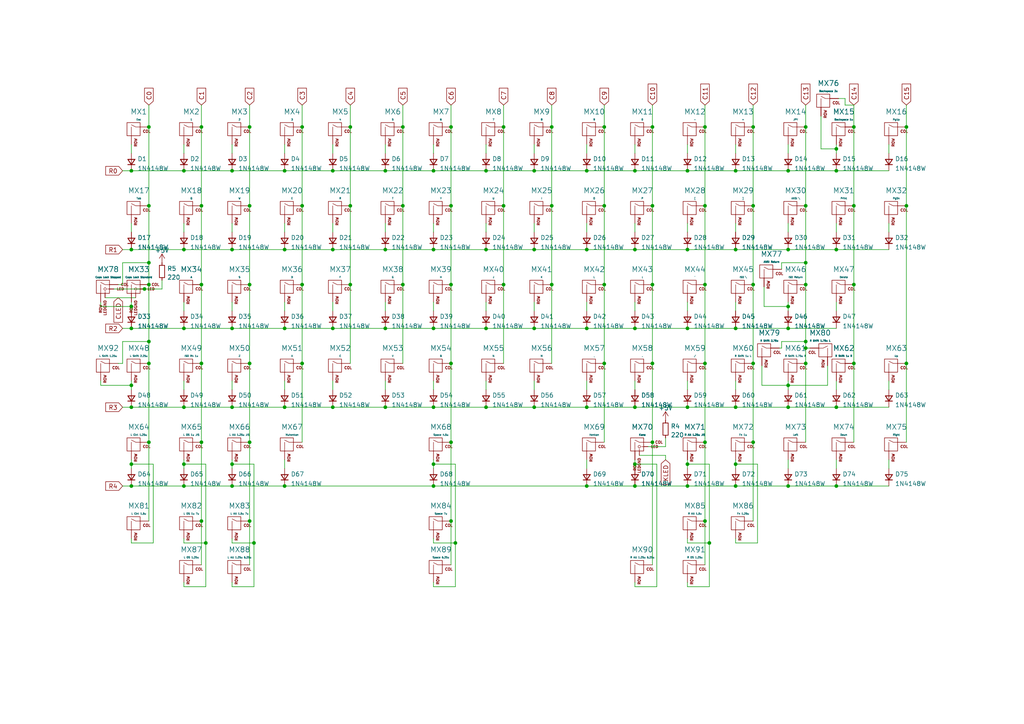
<source format=kicad_sch>
(kicad_sch (version 20211123) (generator eeschema)
  (paper "A4")
  (junction (at 233.68 105.41))
  (junction (at 233.68 59.69))
  (junction (at 111.76 118.11))
  (junction (at 82.55 49.53))
  (junction (at 184.15 140.97))
  (junction (at 111.76 72.39))
  (junction (at 218.44 105.41))
  (junction (at 72.39 105.41))
  (junction (at 175.26 36.83))
  (junction (at 116.84 82.55))
  (junction (at 175.26 82.55))
  (junction (at 146.05 36.83))
  (junction (at 160.02 59.69))
  (junction (at 87.63 105.41))
  (junction (at 262.89 105.41))
  (junction (at 58.42 59.69))
  (junction (at 111.76 49.53))
  (junction (at 116.84 36.83))
  (junction (at 228.6 72.39))
  (junction (at 233.68 100.965))
  (junction (at 125.73 118.11))
  (junction (at 130.81 151.13))
  (junction (at 233.68 76.2))
  (junction (at 160.02 36.83))
  (junction (at 140.97 95.25))
  (junction (at 101.6 36.83))
  (junction (at 38.1 140.97))
  (junction (at 53.34 49.53))
  (junction (at 130.81 82.55))
  (junction (at 130.81 59.69))
  (junction (at 204.47 128.27))
  (junction (at 53.34 95.25))
  (junction (at 43.18 59.69))
  (junction (at 125.73 72.39))
  (junction (at 228.6 111.76))
  (junction (at 233.68 82.55))
  (junction (at 184.15 72.39))
  (junction (at 125.73 95.25))
  (junction (at 170.18 95.25))
  (junction (at 58.42 105.41))
  (junction (at 73.66 157.48))
  (junction (at 38.1 88.9))
  (junction (at 72.39 151.13))
  (junction (at 199.39 134.62))
  (junction (at 213.36 95.25))
  (junction (at 247.65 59.69))
  (junction (at 213.36 118.11))
  (junction (at 204.47 59.69))
  (junction (at 218.44 36.83))
  (junction (at 59.69 157.48))
  (junction (at 132.08 157.48))
  (junction (at 184.15 134.62))
  (junction (at 233.68 36.83))
  (junction (at 199.39 95.25))
  (junction (at 262.89 59.69))
  (junction (at 101.6 82.55))
  (junction (at 53.34 140.97))
  (junction (at 146.05 82.55))
  (junction (at 125.73 49.53))
  (junction (at 199.39 72.39))
  (junction (at 125.73 140.97))
  (junction (at 130.81 105.41))
  (junction (at 140.97 118.11))
  (junction (at 213.36 72.39))
  (junction (at 262.89 36.83))
  (junction (at 213.36 140.97))
  (junction (at 189.23 105.41))
  (junction (at 72.39 59.69))
  (junction (at 67.31 49.53))
  (junction (at 154.94 49.53))
  (junction (at 130.81 128.27))
  (junction (at 41.91 83.82))
  (junction (at 247.65 105.41))
  (junction (at 125.73 134.62))
  (junction (at 170.18 118.11))
  (junction (at 146.05 59.69))
  (junction (at 72.39 82.55))
  (junction (at 199.39 118.11))
  (junction (at 218.44 59.69))
  (junction (at 130.81 36.83))
  (junction (at 58.42 82.55))
  (junction (at 38.1 49.53))
  (junction (at 189.23 128.27))
  (junction (at 38.1 118.11))
  (junction (at 175.26 59.69))
  (junction (at 96.52 49.53))
  (junction (at 184.15 118.11))
  (junction (at 205.74 157.48))
  (junction (at 199.39 140.97))
  (junction (at 154.94 95.25))
  (junction (at 38.1 134.62))
  (junction (at 247.65 36.83))
  (junction (at 67.31 134.62))
  (junction (at 87.63 59.69))
  (junction (at 218.44 82.55))
  (junction (at 82.55 95.25))
  (junction (at 184.15 49.53))
  (junction (at 170.18 72.39))
  (junction (at 199.39 49.53))
  (junction (at 140.97 49.53))
  (junction (at 154.94 118.11))
  (junction (at 43.18 76.2))
  (junction (at 175.26 105.41))
  (junction (at 170.18 49.53))
  (junction (at 189.23 82.55))
  (junction (at 228.6 118.11))
  (junction (at 58.42 36.83))
  (junction (at 189.23 59.69))
  (junction (at 242.57 118.11))
  (junction (at 170.18 140.97))
  (junction (at 242.57 72.39))
  (junction (at 204.47 36.83))
  (junction (at 43.18 128.27))
  (junction (at 204.47 82.55))
  (junction (at 96.52 95.25))
  (junction (at 218.44 128.27))
  (junction (at 247.65 82.55))
  (junction (at 242.57 140.97))
  (junction (at 111.76 95.25))
  (junction (at 82.55 118.11))
  (junction (at 213.36 134.62))
  (junction (at 242.57 43.18))
  (junction (at 233.68 99.06))
  (junction (at 53.34 72.39))
  (junction (at 43.18 82.55))
  (junction (at 82.55 72.39))
  (junction (at 43.18 105.41))
  (junction (at 101.6 59.69))
  (junction (at 160.02 82.55))
  (junction (at 184.15 95.25))
  (junction (at 67.31 140.97))
  (junction (at 38.1 95.25))
  (junction (at 43.18 36.83))
  (junction (at 82.55 140.97))
  (junction (at 87.63 36.83))
  (junction (at 72.39 128.27))
  (junction (at 213.36 49.53))
  (junction (at 67.31 118.11))
  (junction (at 228.6 140.97))
  (junction (at 58.42 151.13))
  (junction (at 204.47 151.13))
  (junction (at 72.39 36.83))
  (junction (at 140.97 72.39))
  (junction (at 228.6 95.25))
  (junction (at 228.6 88.9))
  (junction (at 116.84 59.69))
  (junction (at 53.34 134.62))
  (junction (at 38.1 111.76))
  (junction (at 228.6 49.53))
  (junction (at 67.31 95.25))
  (junction (at 204.47 105.41))
  (junction (at 96.52 118.11))
  (junction (at 189.23 36.83))
  (junction (at 67.31 72.39))
  (junction (at 154.94 72.39))
  (junction (at 242.57 49.53))
  (junction (at 96.52 72.39))
  (junction (at 53.34 118.11))
  (junction (at 38.1 72.39))
  (junction (at 87.63 82.55))
  (junction (at 43.18 99.06))
  (junction (at 58.42 128.27))
  (wire (pts (xy 204.47 36.83) (xy 204.47 59.69)))
  (wire (pts (xy 38.1 111.76) (xy 38.1 113.03)))
  (wire (pts (xy 53.34 157.48) (xy 59.69 157.48)))
  (wire (pts (xy 213.36 133.35) (xy 213.36 134.62)))
  (wire (pts (xy 213.36 118.11) (xy 228.6 118.11)))
  (wire (pts (xy 170.18 140.97) (xy 184.15 140.97)))
  (wire (pts (xy 199.39 110.49) (xy 199.39 113.03)))
  (wire (pts (xy 220.98 111.76) (xy 228.6 111.76)))
  (wire (pts (xy 242.57 41.91) (xy 242.57 43.18)))
  (wire (pts (xy 175.26 82.55) (xy 175.26 105.41)))
  (wire (pts (xy 262.89 59.69) (xy 262.89 105.41)))
  (wire (pts (xy 213.36 134.62) (xy 213.36 135.89)))
  (wire (pts (xy 43.18 128.27) (xy 43.18 151.13)))
  (wire (pts (xy 82.55 49.53) (xy 96.52 49.53)))
  (wire (pts (xy 35.56 140.97) (xy 38.1 140.97)))
  (wire (pts (xy 82.55 72.39) (xy 96.52 72.39)))
  (wire (pts (xy 170.18 110.49) (xy 170.18 113.03)))
  (wire (pts (xy 205.74 170.18) (xy 205.74 157.48)))
  (wire (pts (xy 140.97 110.49) (xy 140.97 113.03)))
  (wire (pts (xy 213.36 64.77) (xy 213.36 67.31)))
  (wire (pts (xy 199.39 168.91) (xy 199.39 170.18)))
  (wire (pts (xy 67.31 168.91) (xy 67.31 170.18)))
  (wire (pts (xy 221.615 88.9) (xy 228.6 88.9)))
  (wire (pts (xy 213.36 156.21) (xy 213.36 157.48)))
  (wire (pts (xy 53.34 168.91) (xy 53.34 170.18)))
  (wire (pts (xy 73.66 170.18) (xy 73.66 157.48)))
  (wire (pts (xy 170.18 41.91) (xy 170.18 44.45)))
  (wire (pts (xy 257.81 41.91) (xy 257.81 44.45)))
  (wire (pts (xy 228.6 118.11) (xy 242.57 118.11)))
  (wire (pts (xy 87.63 59.69) (xy 87.63 82.55)))
  (wire (pts (xy 184.15 49.53) (xy 199.39 49.53)))
  (wire (pts (xy 170.18 87.63) (xy 170.18 90.17)))
  (wire (pts (xy 219.71 134.62) (xy 213.36 134.62)))
  (wire (pts (xy 189.23 30.48) (xy 189.23 36.83)))
  (wire (pts (xy 82.55 64.77) (xy 82.55 67.31)))
  (wire (pts (xy 58.42 59.69) (xy 58.42 82.55)))
  (wire (pts (xy 228.6 41.91) (xy 228.6 44.45)))
  (wire (pts (xy 199.39 134.62) (xy 199.39 135.89)))
  (wire (pts (xy 184.15 168.91) (xy 184.15 170.18)))
  (wire (pts (xy 87.63 36.83) (xy 87.63 59.69)))
  (wire (pts (xy 132.08 157.48) (xy 132.08 134.62)))
  (wire (pts (xy 43.18 105.41) (xy 43.18 128.27)))
  (wire (pts (xy 38.1 118.11) (xy 53.34 118.11)))
  (wire (pts (xy 38.1 133.35) (xy 38.1 134.62)))
  (wire (pts (xy 247.65 30.48) (xy 247.65 36.83)))
  (wire (pts (xy 199.39 140.97) (xy 213.36 140.97)))
  (wire (pts (xy 170.18 64.77) (xy 170.18 67.31)))
  (wire (pts (xy 53.34 110.49) (xy 53.34 113.03)))
  (wire (pts (xy 125.73 49.53) (xy 140.97 49.53)))
  (wire (pts (xy 160.02 30.48) (xy 160.02 36.83)))
  (wire (pts (xy 247.65 82.55) (xy 247.65 105.41)))
  (wire (pts (xy 204.47 59.69) (xy 204.47 82.55)))
  (wire (pts (xy 43.18 76.2) (xy 43.18 82.55)))
  (wire (pts (xy 242.57 140.97) (xy 257.81 140.97)))
  (wire (pts (xy 233.68 100.965) (xy 233.68 105.41)))
  (wire (pts (xy 72.39 30.48) (xy 72.39 36.83)))
  (wire (pts (xy 130.81 30.48) (xy 130.81 36.83)))
  (wire (pts (xy 29.21 87.63) (xy 29.21 88.9)))
  (wire (pts (xy 44.45 134.62) (xy 44.45 157.48)))
  (wire (pts (xy 43.18 99.06) (xy 43.18 105.41)))
  (wire (pts (xy 184.15 95.25) (xy 199.39 95.25)))
  (wire (pts (xy 58.42 105.41) (xy 58.42 128.27)))
  (wire (pts (xy 72.39 36.83) (xy 72.39 59.69)))
  (wire (pts (xy 67.31 95.25) (xy 82.55 95.25)))
  (wire (pts (xy 154.94 87.63) (xy 154.94 90.17)))
  (wire (pts (xy 154.94 72.39) (xy 170.18 72.39)))
  (wire (pts (xy 130.81 59.69) (xy 130.81 82.55)))
  (wire (pts (xy 190.5 134.62) (xy 184.15 134.62)))
  (wire (pts (xy 228.6 49.53) (xy 242.57 49.53)))
  (wire (pts (xy 73.66 134.62) (xy 67.31 134.62)))
  (wire (pts (xy 38.1 64.77) (xy 38.1 67.31)))
  (wire (pts (xy 101.6 82.55) (xy 101.6 105.41)))
  (wire (pts (xy 242.57 43.18) (xy 242.57 44.45)))
  (wire (pts (xy 38.1 134.62) (xy 44.45 134.62)))
  (wire (pts (xy 218.44 30.48) (xy 218.44 36.83)))
  (wire (pts (xy 67.31 87.63) (xy 67.31 90.17)))
  (wire (pts (xy 38.1 95.25) (xy 53.34 95.25)))
  (wire (pts (xy 111.76 95.25) (xy 125.73 95.25)))
  (wire (pts (xy 160.02 36.83) (xy 160.02 59.69)))
  (wire (pts (xy 189.23 128.27) (xy 189.23 163.83)))
  (wire (pts (xy 67.31 134.62) (xy 67.31 135.89)))
  (wire (pts (xy 67.31 140.97) (xy 82.55 140.97)))
  (wire (pts (xy 189.23 105.41) (xy 189.23 128.27)))
  (wire (pts (xy 72.39 82.55) (xy 72.39 105.41)))
  (wire (pts (xy 228.6 95.25) (xy 242.57 95.25)))
  (wire (pts (xy 219.71 157.48) (xy 219.71 134.62)))
  (wire (pts (xy 146.05 59.69) (xy 146.05 82.55)))
  (wire (pts (xy 154.94 95.25) (xy 170.18 95.25)))
  (wire (pts (xy 125.73 87.63) (xy 125.73 90.17)))
  (wire (pts (xy 199.39 133.35) (xy 199.39 134.62)))
  (wire (pts (xy 82.55 110.49) (xy 82.55 113.03)))
  (wire (pts (xy 140.97 64.77) (xy 140.97 67.31)))
  (wire (pts (xy 175.26 30.48) (xy 175.26 36.83)))
  (wire (pts (xy 67.31 156.21) (xy 67.31 157.48)))
  (wire (pts (xy 184.15 87.63) (xy 184.15 90.17)))
  (wire (pts (xy 87.63 30.48) (xy 87.63 36.83)))
  (wire (pts (xy 154.94 110.49) (xy 154.94 113.03)))
  (wire (pts (xy 184.15 118.11) (xy 199.39 118.11)))
  (wire (pts (xy 30.48 86.36) (xy 39.37 86.36)))
  (wire (pts (xy 220.98 106.045) (xy 220.98 111.76)))
  (wire (pts (xy 170.18 95.25) (xy 184.15 95.25)))
  (wire (pts (xy 226.695 78.105) (xy 226.695 76.2)))
  (wire (pts (xy 125.73 118.11) (xy 140.97 118.11)))
  (wire (pts (xy 43.18 59.69) (xy 43.18 76.2)))
  (wire (pts (xy 125.73 64.77) (xy 125.73 67.31)))
  (wire (pts (xy 43.18 82.55) (xy 43.18 99.06)))
  (wire (pts (xy 53.34 156.21) (xy 53.34 157.48)))
  (wire (pts (xy 242.57 133.35) (xy 242.57 135.89)))
  (wire (pts (xy 218.44 59.69) (xy 218.44 82.55)))
  (wire (pts (xy 228.6 111.76) (xy 228.6 113.03)))
  (wire (pts (xy 72.39 59.69) (xy 72.39 82.55)))
  (wire (pts (xy 67.31 170.18) (xy 73.66 170.18)))
  (wire (pts (xy 72.39 151.13) (xy 72.39 163.83)))
  (wire (pts (xy 125.73 133.35) (xy 125.73 134.62)))
  (wire (pts (xy 233.68 36.83) (xy 233.68 59.69)))
  (wire (pts (xy 140.97 49.53) (xy 154.94 49.53)))
  (wire (pts (xy 29.21 110.49) (xy 29.21 111.76)))
  (wire (pts (xy 226.695 100.965) (xy 226.695 99.06)))
  (wire (pts (xy 199.39 95.25) (xy 213.36 95.25)))
  (wire (pts (xy 146.05 82.55) (xy 146.05 105.41)))
  (wire (pts (xy 96.52 64.77) (xy 96.52 67.31)))
  (wire (pts (xy 213.36 49.53) (xy 228.6 49.53)))
  (wire (pts (xy 132.08 170.18) (xy 132.08 157.48)))
  (wire (pts (xy 199.39 156.21) (xy 199.39 157.48)))
  (wire (pts (xy 190.5 170.18) (xy 190.5 134.62)))
  (wire (pts (xy 140.97 87.63) (xy 140.97 90.17)))
  (wire (pts (xy 199.39 87.63) (xy 199.39 90.17)))
  (wire (pts (xy 160.02 59.69) (xy 160.02 82.55)))
  (wire (pts (xy 35.56 49.53) (xy 38.1 49.53)))
  (wire (pts (xy 130.81 82.55) (xy 130.81 105.41)))
  (wire (pts (xy 87.63 105.41) (xy 87.63 128.27)))
  (wire (pts (xy 111.76 49.53) (xy 125.73 49.53)))
  (wire (pts (xy 175.26 105.41) (xy 175.26 128.27)))
  (wire (pts (xy 53.34 95.25) (xy 67.31 95.25)))
  (wire (pts (xy 184.15 64.77) (xy 184.15 67.31)))
  (wire (pts (xy 247.65 105.41) (xy 247.65 128.27)))
  (wire (pts (xy 199.39 49.53) (xy 213.36 49.53)))
  (wire (pts (xy 233.68 100.965) (xy 234.95 100.965)))
  (wire (pts (xy 116.84 82.55) (xy 116.84 105.41)))
  (wire (pts (xy 226.695 76.2) (xy 233.68 76.2)))
  (wire (pts (xy 242.57 87.63) (xy 242.57 90.17)))
  (wire (pts (xy 242.57 118.11) (xy 257.81 118.11)))
  (wire (pts (xy 116.84 36.83) (xy 116.84 59.69)))
  (wire (pts (xy 154.94 64.77) (xy 154.94 67.31)))
  (wire (pts (xy 46.99 83.82) (xy 46.99 81.28)))
  (wire (pts (xy 228.6 110.49) (xy 228.6 111.76)))
  (wire (pts (xy 72.39 128.27) (xy 72.39 151.13)))
  (wire (pts (xy 58.42 30.48) (xy 58.42 36.83)))
  (wire (pts (xy 193.04 129.54) (xy 193.04 127)))
  (wire (pts (xy 58.42 128.27) (xy 58.42 151.13)))
  (wire (pts (xy 170.18 133.35) (xy 170.18 135.89)))
  (wire (pts (xy 33.02 83.82) (xy 41.91 83.82)))
  (wire (pts (xy 233.68 76.2) (xy 233.68 82.55)))
  (wire (pts (xy 257.81 64.77) (xy 257.81 67.31)))
  (wire (pts (xy 140.97 72.39) (xy 154.94 72.39)))
  (wire (pts (xy 125.73 157.48) (xy 132.08 157.48)))
  (wire (pts (xy 213.36 157.48) (xy 219.71 157.48)))
  (wire (pts (xy 226.695 99.06) (xy 233.68 99.06)))
  (wire (pts (xy 67.31 72.39) (xy 82.55 72.39)))
  (wire (pts (xy 199.39 72.39) (xy 213.36 72.39)))
  (wire (pts (xy 132.08 134.62) (xy 125.73 134.62)))
  (wire (pts (xy 213.36 87.63) (xy 213.36 90.17)))
  (wire (pts (xy 53.34 134.62) (xy 53.34 135.89)))
  (wire (pts (xy 130.81 36.83) (xy 130.81 59.69)))
  (wire (pts (xy 125.73 134.62) (xy 125.73 135.89)))
  (wire (pts (xy 130.81 151.13) (xy 130.81 163.83)))
  (wire (pts (xy 34.29 82.55) (xy 35.56 82.55)))
  (wire (pts (xy 242.57 64.77) (xy 242.57 67.31)))
  (wire (pts (xy 111.76 110.49) (xy 111.76 113.03)))
  (wire (pts (xy 184.15 140.97) (xy 199.39 140.97)))
  (wire (pts (xy 82.55 140.97) (xy 125.73 140.97)))
  (wire (pts (xy 146.05 36.83) (xy 146.05 59.69)))
  (wire (pts (xy 59.69 157.48) (xy 59.69 134.62)))
  (wire (pts (xy 262.89 36.83) (xy 262.89 59.69)))
  (wire (pts (xy 184.15 170.18) (xy 190.5 170.18)))
  (wire (pts (xy 184.15 110.49) (xy 184.15 113.03)))
  (wire (pts (xy 257.81 133.35) (xy 257.81 135.89)))
  (wire (pts (xy 130.81 128.27) (xy 130.81 151.13)))
  (wire (pts (xy 213.36 72.39) (xy 228.6 72.39)))
  (wire (pts (xy 111.76 118.11) (xy 125.73 118.11)))
  (wire (pts (xy 29.21 88.9) (xy 38.1 88.9)))
  (wire (pts (xy 184.15 134.62) (xy 184.15 135.89)))
  (wire (pts (xy 58.42 151.13) (xy 58.42 163.83)))
  (wire (pts (xy 154.94 49.53) (xy 170.18 49.53)))
  (wire (pts (xy 38.1 157.48) (xy 44.45 157.48)))
  (wire (pts (xy 189.23 82.55) (xy 189.23 105.41)))
  (wire (pts (xy 35.56 105.41) (xy 35.56 99.06)))
  (wire (pts (xy 199.39 64.77) (xy 199.39 67.31)))
  (wire (pts (xy 160.02 82.55) (xy 160.02 105.41)))
  (wire (pts (xy 228.6 88.9) (xy 228.6 90.17)))
  (wire (pts (xy 242.57 110.49) (xy 242.57 113.03)))
  (wire (pts (xy 199.39 118.11) (xy 213.36 118.11)))
  (wire (pts (xy 53.34 72.39) (xy 67.31 72.39)))
  (wire (pts (xy 101.6 30.48) (xy 101.6 36.83)))
  (wire (pts (xy 38.1 140.97) (xy 53.34 140.97)))
  (wire (pts (xy 35.56 76.2) (xy 43.18 76.2)))
  (wire (pts (xy 96.52 49.53) (xy 111.76 49.53)))
  (wire (pts (xy 205.74 157.48) (xy 205.74 134.62)))
  (wire (pts (xy 53.34 64.77) (xy 53.34 67.31)))
  (wire (pts (xy 238.125 43.18) (xy 242.57 43.18)))
  (wire (pts (xy 96.52 41.91) (xy 96.52 44.45)))
  (wire (pts (xy 35.56 82.55) (xy 35.56 76.2)))
  (wire (pts (xy 53.34 170.18) (xy 59.69 170.18)))
  (wire (pts (xy 38.1 49.53) (xy 53.34 49.53)))
  (wire (pts (xy 53.34 133.35) (xy 53.34 134.62)))
  (wire (pts (xy 242.57 72.39) (xy 257.81 72.39)))
  (wire (pts (xy 35.56 95.25) (xy 38.1 95.25)))
  (wire (pts (xy 38.1 72.39) (xy 53.34 72.39)))
  (wire (pts (xy 82.55 41.91) (xy 82.55 44.45)))
  (wire (pts (xy 67.31 110.49) (xy 67.31 113.03)))
  (wire (pts (xy 213.36 110.49) (xy 213.36 113.03)))
  (wire (pts (xy 67.31 49.53) (xy 82.55 49.53)))
  (wire (pts (xy 96.52 95.25) (xy 111.76 95.25)))
  (wire (pts (xy 38.1 110.49) (xy 38.1 111.76)))
  (wire (pts (xy 34.29 105.41) (xy 35.56 105.41)))
  (wire (pts (xy 218.44 36.83) (xy 218.44 59.69)))
  (wire (pts (xy 53.34 49.53) (xy 67.31 49.53)))
  (wire (pts (xy 242.57 49.53) (xy 257.81 49.53)))
  (wire (pts (xy 67.31 118.11) (xy 82.55 118.11)))
  (wire (pts (xy 245.11 28.575) (xy 245.11 30.48)))
  (wire (pts (xy 204.47 151.13) (xy 204.47 163.83)))
  (wire (pts (xy 125.73 140.97) (xy 170.18 140.97)))
  (wire (pts (xy 125.73 168.91) (xy 125.73 170.18)))
  (wire (pts (xy 38.1 134.62) (xy 38.1 135.89)))
  (wire (pts (xy 87.63 82.55) (xy 87.63 105.41)))
  (wire (pts (xy 228.6 87.63) (xy 228.6 88.9)))
  (wire (pts (xy 35.56 72.39) (xy 38.1 72.39)))
  (wire (pts (xy 184.15 72.39) (xy 199.39 72.39)))
  (wire (pts (xy 233.68 30.48) (xy 233.68 36.83)))
  (wire (pts (xy 111.76 72.39) (xy 125.73 72.39)))
  (wire (pts (xy 257.81 110.49) (xy 257.81 113.03)))
  (wire (pts (xy 228.6 72.39) (xy 242.57 72.39)))
  (wire (pts (xy 130.81 105.41) (xy 130.81 128.27)))
  (wire (pts (xy 170.18 118.11) (xy 184.15 118.11)))
  (wire (pts (xy 101.6 59.69) (xy 101.6 82.55)))
  (wire (pts (xy 204.47 30.48) (xy 204.47 36.83)))
  (wire (pts (xy 154.94 118.11) (xy 170.18 118.11)))
  (wire (pts (xy 226.06 100.965) (xy 226.695 100.965)))
  (wire (pts (xy 101.6 36.83) (xy 101.6 59.69)))
  (wire (pts (xy 53.34 87.63) (xy 53.34 90.17)))
  (wire (pts (xy 228.6 64.77) (xy 228.6 67.31)))
  (wire (pts (xy 218.44 105.41) (xy 218.44 128.27)))
  (wire (pts (xy 82.55 118.11) (xy 96.52 118.11)))
  (wire (pts (xy 96.52 87.63) (xy 96.52 90.17)))
  (wire (pts (xy 67.31 157.48) (xy 73.66 157.48)))
  (wire (pts (xy 125.73 95.25) (xy 140.97 95.25)))
  (wire (pts (xy 247.65 59.69) (xy 247.65 82.55)))
  (wire (pts (xy 154.94 41.91) (xy 154.94 44.45)))
  (wire (pts (xy 218.44 128.27) (xy 218.44 151.13)))
  (wire (pts (xy 146.05 30.48) (xy 146.05 36.83)))
  (wire (pts (xy 53.34 41.91) (xy 53.34 44.45)))
  (wire (pts (xy 205.74 134.62) (xy 199.39 134.62)))
  (wire (pts (xy 111.76 41.91) (xy 111.76 44.45)))
  (wire (pts (xy 59.69 157.48) (xy 59.69 170.18)))
  (wire (pts (xy 240.03 111.76) (xy 228.6 111.76)))
  (wire (pts (xy 58.42 82.55) (xy 58.42 105.41)))
  (wire (pts (xy 67.31 133.35) (xy 67.31 134.62)))
  (wire (pts (xy 96.52 118.11) (xy 111.76 118.11)))
  (wire (pts (xy 228.6 133.35) (xy 228.6 135.89)))
  (wire (pts (xy 111.76 87.63) (xy 111.76 90.17)))
  (wire (pts (xy 82.55 95.25) (xy 96.52 95.25)))
  (wire (pts (xy 204.47 82.55) (xy 204.47 105.41)))
  (wire (pts (xy 125.73 156.21) (xy 125.73 157.48)))
  (wire (pts (xy 213.36 140.97) (xy 228.6 140.97)))
  (wire (pts (xy 228.6 140.97) (xy 242.57 140.97)))
  (wire (pts (xy 189.23 36.83) (xy 189.23 59.69)))
  (wire (pts (xy 238.125 33.655) (xy 238.125 43.18)))
  (wire (pts (xy 187.96 129.54) (xy 193.04 129.54)))
  (wire (pts (xy 125.73 170.18) (xy 132.08 170.18)))
  (wire (pts (xy 213.36 95.25) (xy 228.6 95.25)))
  (wire (pts (xy 82.55 133.35) (xy 82.55 135.89)))
  (wire (pts (xy 247.65 36.83) (xy 247.65 59.69)))
  (wire (pts (xy 233.68 82.55) (xy 233.68 99.06)))
  (wire (pts (xy 184.15 41.91) (xy 184.15 44.45)))
  (wire (pts (xy 140.97 41.91) (xy 140.97 44.45)))
  (wire (pts (xy 125.73 41.91) (xy 125.73 44.45)))
  (wire (pts (xy 58.42 36.83) (xy 58.42 59.69)))
  (wire (pts (xy 67.31 64.77) (xy 67.31 67.31)))
  (wire (pts (xy 233.68 59.69) (xy 233.68 76.2)))
  (wire (pts (xy 35.56 99.06) (xy 43.18 99.06)))
  (wire (pts (xy 170.18 72.39) (xy 184.15 72.39)))
  (wire (pts (xy 170.18 49.53) (xy 184.15 49.53)))
  (wire (pts (xy 189.23 59.69) (xy 189.23 82.55)))
  (wire (pts (xy 140.97 95.25) (xy 154.94 95.25)))
  (wire (pts (xy 38.1 156.21) (xy 38.1 157.48)))
  (wire (pts (xy 67.31 41.91) (xy 67.31 44.45)))
  (wire (pts (xy 262.89 30.48) (xy 262.89 36.83)))
  (wire (pts (xy 125.73 72.39) (xy 140.97 72.39)))
  (wire (pts (xy 204.47 105.41) (xy 204.47 128.27)))
  (wire (pts (xy 213.36 41.91) (xy 213.36 44.45)))
  (wire (pts (xy 125.73 110.49) (xy 125.73 113.03)))
  (wire (pts (xy 29.21 111.76) (xy 38.1 111.76)))
  (wire (pts (xy 233.68 105.41) (xy 233.68 128.27)))
  (wire (pts (xy 199.39 157.48) (xy 205.74 157.48)))
  (wire (pts (xy 82.55 87.63) (xy 82.55 90.17)))
  (wire (pts (xy 38.1 41.91) (xy 38.1 44.45)))
  (wire (pts (xy 43.18 36.83) (xy 43.18 59.69)))
  (wire (pts (xy 245.11 30.48) (xy 247.65 30.48)))
  (wire (pts (xy 116.84 30.48) (xy 116.84 36.83)))
  (wire (pts (xy 243.205 28.575) (xy 245.11 28.575)))
  (wire (pts (xy 175.26 36.83) (xy 175.26 59.69)))
  (wire (pts (xy 199.39 41.91) (xy 199.39 44.45)))
  (wire (pts (xy 233.68 99.06) (xy 233.68 100.965)))
  (wire (pts (xy 204.47 128.27) (xy 204.47 151.13)))
  (wire (pts (xy 175.26 59.69) (xy 175.26 82.55)))
  (wire (pts (xy 72.39 105.41) (xy 72.39 128.27)))
  (wire (pts (xy 199.39 170.18) (xy 205.74 170.18)))
  (wire (pts (xy 218.44 82.55) (xy 218.44 105.41)))
  (wire (pts (xy 38.1 87.63) (xy 38.1 88.9)))
  (wire (pts (xy 185.42 132.08) (xy 193.04 132.08)))
  (wire (pts (xy 140.97 118.11) (xy 154.94 118.11)))
  (wire (pts (xy 38.1 88.9) (xy 38.1 90.17)))
  (wire (pts (xy 96.52 72.39) (xy 111.76 72.39)))
  (wire (pts (xy 111.76 64.77) (xy 111.76 67.31)))
  (wire (pts (xy 53.34 134.62) (xy 59.69 134.62)))
  (wire (pts (xy 73.66 157.48) (xy 73.66 134.62)))
  (wire (pts (xy 193.04 132.08) (xy 193.04 133.35)))
  (wire (pts (xy 221.615 83.185) (xy 221.615 88.9)))
  (wire (pts (xy 96.52 110.49) (xy 96.52 113.03)))
  (wire (pts (xy 184.15 133.35) (xy 184.15 134.62)))
  (wire (pts (xy 116.84 59.69) (xy 116.84 82.55)))
  (wire (pts (xy 53.34 140.97) (xy 67.31 140.97)))
  (wire (pts (xy 35.56 118.11) (xy 38.1 118.11)))
  (wire (pts (xy 262.89 105.41) (xy 262.89 128.27)))
  (wire (pts (xy 53.34 118.11) (xy 67.31 118.11)))
  (wire (pts (xy 240.03 106.045) (xy 240.03 111.76)))
  (wire (pts (xy 43.18 30.48) (xy 43.18 36.83)))
  (wire (pts (xy 41.91 83.82) (xy 46.99 83.82)))
  (global_label "C7" (shape input) (at 146.05 30.48 90) (property "Intersheet References" "${INTERSHEET_REFS}" (effects hide)))
  (global_label "C11" (shape input) (at 204.47 30.48 90) (property "Intersheet References" "${INTERSHEET_REFS}" (effects hide)))
  (global_label "R1" (shape input) (at 35.56 72.39 180) (property "Intersheet References" "${INTERSHEET_REFS}" (effects hide)))
  (global_label "R2" (shape input) (at 35.56 95.25 180) (property "Intersheet References" "${INTERSHEET_REFS}" (effects hide)))
  (global_label "CLED" (shape input) (at 34.29 86.36 270) (property "Intersheet References" "${INTERSHEET_REFS}" (effects hide)))
  (global_label "C14" (shape input) (at 247.65 30.48 90) (property "Intersheet References" "${INTERSHEET_REFS}" (effects hide)))
  (global_label "C8" (shape input) (at 160.02 30.48 90) (property "Intersheet References" "${INTERSHEET_REFS}" (effects hide)))
  (global_label "C10" (shape input) (at 189.23 30.48 90) (property "Intersheet References" "${INTERSHEET_REFS}" (effects hide)))
  (global_label "C6" (shape input) (at 130.81 30.48 90) (property "Intersheet References" "${INTERSHEET_REFS}" (effects hide)))
  (global_label "C15" (shape input) (at 262.89 30.48 90) (property "Intersheet References" "${INTERSHEET_REFS}" (effects hide)))
  (global_label "C4" (shape input) (at 101.6 30.48 90) (property "Intersheet References" "${INTERSHEET_REFS}" (effects hide)))
  (global_label "C2" (shape input) (at 72.39 30.48 90) (property "Intersheet References" "${INTERSHEET_REFS}" (effects hide)))
  (global_label "R4" (shape input) (at 35.56 140.97 180) (property "Intersheet References" "${INTERSHEET_REFS}" (effects hide)))
  (global_label "C12" (shape input) (at 218.44 30.48 90) (property "Intersheet References" "${INTERSHEET_REFS}" (effects hide)))
  (global_label "C5" (shape input) (at 116.84 30.48 90) (property "Intersheet References" "${INTERSHEET_REFS}" (effects hide)))
  (global_label "R3" (shape input) (at 35.56 118.11 180) (property "Intersheet References" "${INTERSHEET_REFS}" (effects hide)))
  (global_label "C1" (shape input) (at 58.42 30.48 90) (property "Intersheet References" "${INTERSHEET_REFS}" (effects hide)))
  (global_label "KLED" (shape input) (at 193.04 133.35 270) (property "Intersheet References" "${INTERSHEET_REFS}" (effects hide)))
  (global_label "C0" (shape input) (at 43.18 30.48 90) (property "Intersheet References" "${INTERSHEET_REFS}" (effects hide)))
  (global_label "C9" (shape input) (at 175.26 30.48 90) (property "Intersheet References" "${INTERSHEET_REFS}" (effects hide)))
  (global_label "C13" (shape input) (at 233.68 30.48 90) (property "Intersheet References" "${INTERSHEET_REFS}" (effects hide)))
  (global_label "C3" (shape input) (at 87.63 30.48 90) (property "Intersheet References" "${INTERSHEET_REFS}" (effects hide)))
  (global_label "R0" (shape input) (at 35.56 49.53 180) (property "Intersheet References" "${INTERSHEET_REFS}" (effects hide)))
  (symbol (lib_id "MX_Alps_Hybrid:MX-NoLED") (at 68.58 129.54 0) (unit 1)
    (property "Reference" "MX66" (at 69.4656 123.8465 0) (effects (font (size 1.524 1.524))))
    (property "Value" "L Alt 1.25u JIS" (at 69.4656 126.1171 0) (effects (font (size 0.508 0.508))))
    (property "Footprint" "MX_Only:MXOnly-1.25U-NoLED" (effects hide))
  )
  (symbol (lib_id "Device:D_Small") (at 257.81 115.57 90) (unit 1)
    (property "Reference" "D63" (at 259.588 114.6615 90) (effects (justify right)))
    (property "Value" "1N4148W" (at 259.588 117.4366 90) (effects (justify right)))
    (property "Footprint" "Diode_SMD:D_SOD-123" (effects hide))
  )
  (symbol (lib_id "MX_Alps_Hybrid:MX-NoLED") (at 214.63 106.68 0) (unit 1)
    (property "Reference" "MX60" (at 215.5156 100.9865 0) (effects (font (size 1.524 1.524))))
    (property "Value" "R Shift 1u L" (at 215.5156 103.2571 0) (effects (font (size 0.508 0.508))))
    (property "Footprint" "MX_Only:MXOnly-1U-NoLED" (effects hide))
  )
  (symbol (lib_id "Device:D_Small") (at 111.76 92.71 90) (unit 1)
    (property "Reference" "D38" (at 113.538 91.8015 90) (effects (justify right)))
    (property "Value" "1N4148W" (at 113.538 94.5766 90) (effects (justify right)))
    (property "Footprint" "Diode_SMD:D_SOD-123" (effects hide))
  )
  (symbol (lib_id "Device:D_Small") (at 242.57 69.85 90) (unit 1)
    (property "Reference" "D31" (at 244.348 68.9415 90) (effects (justify right)))
    (property "Value" "1N4148W" (at 244.348 71.7166 90) (effects (justify right)))
    (property "Footprint" "Diode_SMD:D_SOD-123" (effects hide))
  )
  (symbol (lib_id "Device:D_Small") (at 96.52 46.99 90) (unit 1)
    (property "Reference" "D5" (at 98.298 46.0815 90) (effects (justify right)))
    (property "Value" "1N4148W" (at 98.298 48.8566 90) (effects (justify right)))
    (property "Footprint" "Diode_SMD:D_SOD-123" (effects hide))
  )
  (symbol (lib_id "MX_Alps_Hybrid:MX-NoLED") (at 229.87 106.68 0) (unit 1)
    (property "Reference" "MX61" (at 230.7556 100.9865 0) (effects (font (size 1.524 1.524))))
    (property "Value" "R Shift 1.75u R" (at 230.7556 103.2571 0) (effects (font (size 0.508 0.508))))
    (property "Footprint" "MX_Only:MXOnly-1.75U-NoLED" (effects hide))
  )
  (symbol (lib_id "MX_Alps_Hybrid:MX-NoLED") (at 68.58 83.82 0) (unit 1)
    (property "Reference" "MX35" (at 69.4656 78.1265 0) (effects (font (size 1.524 1.524))))
    (property "Value" "S" (at 69.4656 80.3971 0) (effects (font (size 0.508 0.508))))
    (property "Footprint" "MX_Only:MXOnly-1U-NoLED" (effects hide))
  )
  (symbol (lib_id "MX_Alps_Hybrid:MX-NoLED") (at 54.61 129.54 0) (unit 1)
    (property "Reference" "MX65" (at 55.4956 123.8465 0) (effects (font (size 1.524 1.524))))
    (property "Value" "L OS 1u JIS" (at 55.4956 126.1171 0) (effects (font (size 0.508 0.508))))
    (property "Footprint" "MX_Only:MXOnly-1U-NoLED" (effects hide))
  )
  (symbol (lib_id "Device:D_Small") (at 228.6 69.85 90) (unit 1)
    (property "Reference" "D30" (at 230.378 68.9415 90) (effects (justify right)))
    (property "Value" "1N4148W" (at 230.378 71.7166 90) (effects (justify right)))
    (property "Footprint" "Diode_SMD:D_SOD-123" (effects hide))
  )
  (symbol (lib_id "MX_Alps_Hybrid:MX-NoLED") (at 30.48 106.68 0) (unit 1)
    (property "Reference" "MX92" (at 31.3656 100.9865 0) (effects (font (size 1.524 1.524))))
    (property "Value" "L Shift 1.25u" (at 31.3656 103.2571 0) (effects (font (size 0.508 0.508))))
    (property "Footprint" "MX_Only:MXOnly-1.25U-NoLED" (effects hide))
  )
  (symbol (lib_id "MX_Alps_Hybrid:MX-NoLED") (at 222.885 79.375 0) (unit 1)
    (property "Reference" "MX77" (at 223.7706 73.6815 0) (effects (font (size 1.524 1.524))))
    (property "Value" "ANSI Return" (at 223.7706 75.9521 0) (effects (font (size 0.508 0.508))))
    (property "Footprint" "MX_Only:MXOnly-2.25U-ReversedStabilizers-NoLED" (effects hide))
  )
  (symbol (lib_id "Device:D_Small") (at 53.34 92.71 90) (unit 1)
    (property "Reference" "D34" (at 55.118 91.8015 90) (effects (justify right)))
    (property "Value" "1N4148W" (at 55.118 94.5766 90) (effects (justify right)))
    (property "Footprint" "Diode_SMD:D_SOD-123" (effects hide))
  )
  (symbol (lib_id "MX_Alps_Hybrid:MX-NoLED") (at 127 38.1 0) (unit 1)
    (property "Reference" "MX7" (at 127.8856 32.4065 0) (effects (font (size 1.524 1.524))))
    (property "Value" "6" (at 127.8856 34.6771 0) (effects (font (size 0.508 0.508))))
    (property "Footprint" "MX_Only:MXOnly-1U-NoLED" (effects hide))
  )
  (symbol (lib_id "MX_Alps_Hybrid:MX-NoLED") (at 113.03 106.68 0) (unit 1)
    (property "Reference" "MX53" (at 113.9156 100.9865 0) (effects (font (size 1.524 1.524))))
    (property "Value" "V" (at 113.9156 103.2571 0) (effects (font (size 0.508 0.508))))
    (property "Footprint" "MX_Only:MXOnly-1U-NoLED" (effects hide))
  )
  (symbol (lib_id "MX_Alps_Hybrid:MX-LED") (at 39.37 83.82 0) (unit 1)
    (property "Reference" "MX33" (at 40.2556 78.1265 0) (effects (font (size 1.524 1.524))))
    (property "Value" "Caps Lock Standard" (at 40.2556 80.3971 0) (effects (font (size 0.508 0.508))))
    (property "Footprint" "MX_Only:MXOnly-1.75U" (effects hide))
  )
  (symbol (lib_id "MX_Alps_Hybrid:MX-NoLED") (at 214.63 83.82 0) (unit 1)
    (property "Reference" "MX45" (at 215.5156 78.1265 0) (effects (font (size 1.524 1.524))))
    (property "Value" "ISO \\" (at 215.5156 80.3971 0) (effects (font (size 0.508 0.508))))
    (property "Footprint" "MX_Only:MXOnly-1U-NoLED" (effects hide))
  )
  (symbol (lib_id "Device:D_Small") (at 257.81 69.85 90) (unit 1)
    (property "Reference" "D32" (at 259.588 68.9415 90) (effects (justify right)))
    (property "Value" "1N4148W" (at 259.588 71.7166 90) (effects (justify right)))
    (property "Footprint" "Diode_SMD:D_SOD-123" (effects hide))
  )
  (symbol (lib_id "MX_Alps_Hybrid:MX-NoLED") (at 156.21 106.68 0) (unit 1)
    (property "Reference" "MX56" (at 157.0956 100.9865 0) (effects (font (size 1.524 1.524))))
    (property "Value" "M" (at 157.0956 103.2571 0) (effects (font (size 0.508 0.508))))
    (property "Footprint" "MX_Only:MXOnly-1U-NoLED" (effects hide))
  )
  (symbol (lib_id "Device:R_Small") (at 46.99 78.74 0) (unit 1)
    (property "Reference" "R5" (at 48.4886 77.9053 0) (effects (justify left)))
    (property "Value" "220" (at 48.4886 80.4422 0) (effects (justify left)))
    (property "Footprint" "Resistor_SMD:R_0805_2012Metric" (effects hide))
  )
  (symbol (lib_id "MX_Alps_Hybrid:MX-NoLED") (at 214.63 152.4 0) (unit 1)
    (property "Reference" "MX86" (at 215.5156 146.7065 0) (effects (font (size 1.524 1.524))))
    (property "Value" "Fn 1.25u" (at 215.5156 148.9771 0) (effects (font (size 0.508 0.508))))
    (property "Footprint" "MX_Only:MXOnly-1.25U-NoLED" (effects hide))
  )
  (symbol (lib_id "Device:D_Small") (at 125.73 69.85 90) (unit 1)
    (property "Reference" "D23" (at 127.508 68.9415 90) (effects (justify right)))
    (property "Value" "1N4148W" (at 127.508 71.7166 90) (effects (justify right)))
    (property "Footprint" "Diode_SMD:D_SOD-123" (effects hide))
  )
  (symbol (lib_id "Device:D_Small") (at 213.36 92.71 90) (unit 1)
    (property "Reference" "D45" (at 215.138 91.8015 90) (effects (justify right)))
    (property "Value" "1N4148W" (at 215.138 94.5766 90) (effects (justify right)))
    (property "Footprint" "Diode_SMD:D_SOD-123" (effects hide))
  )
  (symbol (lib_id "MX_Alps_Hybrid:MX-NoLED") (at 200.66 60.96 0) (unit 1)
    (property "Reference" "MX28" (at 201.5456 55.2665 0) (effects (font (size 1.524 1.524))))
    (property "Value" "[" (at 201.5456 57.5371 0) (effects (font (size 0.508 0.508))))
    (property "Footprint" "MX_Only:MXOnly-1U-NoLED" (effects hide))
  )
  (symbol (lib_id "Device:D_Small") (at 53.34 46.99 90) (unit 1)
    (property "Reference" "D2" (at 55.118 46.0815 90) (effects (justify right)))
    (property "Value" "1N4148W" (at 55.118 48.8566 90) (effects (justify right)))
    (property "Footprint" "Diode_SMD:D_SOD-123" (effects hide))
  )
  (symbol (lib_id "Device:D_Small") (at 82.55 138.43 90) (unit 1)
    (property "Reference" "D67" (at 84.328 137.5215 90) (effects (justify right)))
    (property "Value" "1N4148W" (at 84.328 140.2966 90) (effects (justify right)))
    (property "Footprint" "Diode_SMD:D_SOD-123" (effects hide))
  )
  (symbol (lib_id "Device:D_Small") (at 111.76 69.85 90) (unit 1)
    (property "Reference" "D22" (at 113.538 68.9415 90) (effects (justify right)))
    (property "Value" "1N4148W" (at 113.538 71.7166 90) (effects (justify right)))
    (property "Footprint" "Diode_SMD:D_SOD-123" (effects hide))
  )
  (symbol (lib_id "Device:D_Small") (at 257.81 138.43 90) (unit 1)
    (property "Reference" "D75" (at 259.588 137.5215 90) (effects (justify right)))
    (property "Value" "1N4148W" (at 259.588 140.2966 90) (effects (justify right)))
    (property "Footprint" "Diode_SMD:D_SOD-123" (effects hide))
  )
  (symbol (lib_id "MX_Alps_Hybrid:MX-NoLED") (at 185.42 38.1 0) (unit 1)
    (property "Reference" "MX11" (at 186.3056 32.4065 0) (effects (font (size 1.524 1.524))))
    (property "Value" "0" (at 186.3056 34.6771 0) (effects (font (size 0.508 0.508))))
    (property "Footprint" "MX_Only:MXOnly-1U-NoLED" (effects hide))
  )
  (symbol (lib_id "power:+5V") (at 193.04 121.92 0) (unit 1)
    (property "Reference" "#PWR0101" (effects hide))
    (property "Value" "+5V" (at 193.04 118.3442 0))
  )
  (symbol (lib_id "Device:D_Small") (at 228.6 46.99 90) (unit 1)
    (property "Reference" "D14" (at 230.378 46.0815 90) (effects (justify right)))
    (property "Value" "1N4148W" (at 230.378 48.8566 90) (effects (justify right)))
    (property "Footprint" "Diode_SMD:D_SOD-123" (effects hide))
  )
  (symbol (lib_id "MX_Alps_Hybrid:MX-NoLED") (at 185.42 83.82 0) (unit 1)
    (property "Reference" "MX43" (at 186.3056 78.1265 0) (effects (font (size 1.524 1.524))))
    (property "Value" ";" (at 186.3056 80.3971 0) (effects (font (size 0.508 0.508))))
    (property "Footprint" "MX_Only:MXOnly-1U-NoLED" (effects hide))
  )
  (symbol (lib_id "Device:D_Small") (at 184.15 138.43 90) (unit 1)
    (property "Reference" "D70" (at 185.928 137.5215 90) (effects (justify right)))
    (property "Value" "1N4148W" (at 185.928 140.2966 90) (effects (justify right)))
    (property "Footprint" "Diode_SMD:D_SOD-123" (effects hide))
  )
  (symbol (lib_id "MX_Alps_Hybrid:MX-NoLED") (at 229.87 129.54 0) (unit 1)
    (property "Reference" "MX73" (at 230.7556 123.8465 0) (effects (font (size 1.524 1.524))))
    (property "Value" "Left" (at 230.7556 126.1171 0) (effects (font (size 0.508 0.508))))
    (property "Footprint" "MX_Only:MXOnly-1U-NoLED" (effects hide))
  )
  (symbol (lib_id "MX_Alps_Hybrid:MX-NoLED") (at 171.45 106.68 0) (unit 1)
    (property "Reference" "MX57" (at 172.3356 100.9865 0) (effects (font (size 1.524 1.524))))
    (property "Value" "," (at 172.3356 103.2571 0) (effects (font (size 0.508 0.508))))
    (property "Footprint" "MX_Only:MXOnly-1U-NoLED" (effects hide))
  )
  (symbol (lib_id "MX_Alps_Hybrid:MX-NoLED") (at 243.84 38.1 0) (unit 1)
    (property "Reference" "MX15" (at 244.7256 32.4065 0) (effects (font (size 1.524 1.524))))
    (property "Value" "Backspace 1u" (at 244.7256 34.6771 0) (effects (font (size 0.508 0.508))))
    (property "Footprint" "MX_Only:MXOnly-1U-NoLED" (effects hide))
  )
  (symbol (lib_id "Device:D_Small") (at 199.39 115.57 90) (unit 1)
    (property "Reference" "D59" (at 201.168 114.6615 90) (effects (justify right)))
    (property "Value" "1N4148W" (at 201.168 117.4366 90) (effects (justify right)))
    (property "Footprint" "Diode_SMD:D_SOD-123" (effects hide))
  )
  (symbol (lib_id "MX_Alps_Hybrid:MX-NoLED") (at 238.76 102.235 0) (mirror y) (unit 1)
    (property "Reference" "MX80" (at 237.8744 96.5415 0) (effects (font (size 1.524 1.524))))
    (property "Value" "R Shift 1.75u L" (at 237.8744 98.8121 0) (effects (font (size 0.508 0.508))))
    (property "Footprint" "MX_Only:MXOnly-1.75U-NoLED" (effects hide))
  )
  (symbol (lib_id "Device:D_Small") (at 67.31 46.99 90) (unit 1)
    (property "Reference" "D3" (at 69.088 46.0815 90) (effects (justify right)))
    (property "Value" "1N4148W" (at 69.088 48.8566 90) (effects (justify right)))
    (property "Footprint" "Diode_SMD:D_SOD-123" (effects hide))
  )
  (symbol (lib_id "MX_Alps_Hybrid:MX-NoLED") (at 156.21 60.96 0) (unit 1)
    (property "Reference" "MX25" (at 157.0956 55.2665 0) (effects (font (size 1.524 1.524))))
    (property "Value" "I" (at 157.0956 57.5371 0) (effects (font (size 0.508 0.508))))
    (property "Footprint" "MX_Only:MXOnly-1U-NoLED" (effects hide))
  )
  (symbol (lib_id "MX_Alps_Hybrid:MX-NoLED") (at 97.79 60.96 0) (unit 1)
    (property "Reference" "MX21" (at 98.6756 55.2665 0) (effects (font (size 1.524 1.524))))
    (property "Value" "R" (at 98.6756 57.5371 0) (effects (font (size 0.508 0.508))))
    (property "Footprint" "MX_Only:MXOnly-1U-NoLED" (effects hide))
  )
  (symbol (lib_id "power:+5V") (at 46.99 76.2 0) (unit 1)
    (property "Reference" "#PWR0102" (effects hide))
    (property "Value" "+5V" (at 46.99 72.6242 0))
  )
  (symbol (lib_id "MX_Alps_Hybrid:MX-NoLED") (at 259.08 129.54 0) (unit 1)
    (property "Reference" "MX75" (at 259.9656 123.8465 0) (effects (font (size 1.524 1.524))))
    (property "Value" "Right" (at 259.9656 126.1171 0) (effects (font (size 0.508 0.508))))
    (property "Footprint" "MX_Only:MXOnly-1U-NoLED" (effects hide))
  )
  (symbol (lib_id "MX_Alps_Hybrid:MX-NoLED") (at 39.37 60.96 0) (unit 1)
    (property "Reference" "MX17" (at 40.2556 55.2665 0) (effects (font (size 1.524 1.524))))
    (property "Value" "Tab" (at 40.2556 57.5371 0) (effects (font (size 0.508 0.508))))
    (property "Footprint" "MX_Only:MXOnly-1.5U-NoLED" (effects hide))
  )
  (symbol (lib_id "MX_Alps_Hybrid:MX-NoLED") (at 142.24 38.1 0) (unit 1)
    (property "Reference" "MX8" (at 143.1256 32.4065 0) (effects (font (size 1.524 1.524))))
    (property "Value" "7" (at 143.1256 34.6771 0) (effects (font (size 0.508 0.508))))
    (property "Footprint" "MX_Only:MXOnly-1U-NoLED" (effects hide))
  )
  (symbol (lib_id "MX_Alps_Hybrid:MX-NoLED") (at 39.37 129.54 0) (unit 1)
    (property "Reference" "MX64" (at 40.2556 123.8465 0) (effects (font (size 1.524 1.524))))
    (property "Value" "L Ctrl 1.25u" (at 40.2556 126.1171 0) (effects (font (size 0.508 0.508))))
    (property "Footprint" "MX_Only:MXOnly-1.25U-NoLED" (effects hide))
  )
  (symbol (lib_id "MX_Alps_Hybrid:MX-NoLED") (at 214.63 129.54 0) (unit 1)
    (property "Reference" "MX72" (at 215.5156 123.8465 0) (effects (font (size 1.524 1.524))))
    (property "Value" "Fn 1u" (at 215.5156 126.1171 0) (effects (font (size 0.508 0.508))))
    (property "Footprint" "MX_Only:MXOnly-1U-NoLED" (effects hide))
  )
  (symbol (lib_id "Device:D_Small") (at 140.97 92.71 90) (unit 1)
    (property "Reference" "D40" (at 142.748 91.8015 90) (effects (justify right)))
    (property "Value" "1N4148W" (at 142.748 94.5766 90) (effects (justify right)))
    (property "Footprint" "Diode_SMD:D_SOD-123" (effects hide))
  )
  (symbol (lib_id "MX_Alps_Hybrid:MX-NoLED") (at 68.58 38.1 0) (unit 1)
    (property "Reference" "MX3" (at 69.4656 32.4065 0) (effects (font (size 1.524 1.524))))
    (property "Value" "2" (at 69.4656 34.6771 0) (effects (font (size 0.508 0.508))))
    (property "Footprint" "MX_Only:MXOnly-1U-NoLED" (effects hide))
  )
  (symbol (lib_id "Device:D_Small") (at 67.31 92.71 90) (unit 1)
    (property "Reference" "D35" (at 69.088 91.8015 90) (effects (justify right)))
    (property "Value" "1N4148W" (at 69.088 94.5766 90) (effects (justify right)))
    (property "Footprint" "Diode_SMD:D_SOD-123" (effects hide))
  )
  (symbol (lib_id "Device:D_Small") (at 213.36 46.99 90) (unit 1)
    (property "Reference" "D13" (at 215.138 46.0815 90) (effects (justify right)))
    (property "Value" "1N4148W" (at 215.138 48.8566 90) (effects (justify right)))
    (property "Footprint" "Diode_SMD:D_SOD-123" (effects hide))
  )
  (symbol (lib_id "Device:D_Small") (at 125.73 46.99 90) (unit 1)
    (property "Reference" "D7" (at 127.508 46.0815 90) (effects (justify right)))
    (property "Value" "1N4148W" (at 127.508 48.8566 90) (effects (justify right)))
    (property "Footprint" "Diode_SMD:D_SOD-123" (effects hide))
  )
  (symbol (lib_id "MX_Alps_Hybrid:MX-NoLED") (at 243.84 129.54 0) (unit 1)
    (property "Reference" "MX74" (at 244.7256 123.8465 0) (effects (font (size 1.524 1.524))))
    (property "Value" "Down" (at 244.7256 126.1171 0) (effects (font (size 0.508 0.508))))
    (property "Footprint" "MX_Only:MXOnly-1U-NoLED" (effects hide))
  )
  (symbol (lib_id "MX_Alps_Hybrid:MX-NoLED") (at 214.63 60.96 0) (unit 1)
    (property "Reference" "MX29" (at 215.5156 55.2665 0) (effects (font (size 1.524 1.524))))
    (property "Value" "]" (at 215.5156 57.5371 0) (effects (font (size 0.508 0.508))))
    (property "Footprint" "MX_Only:MXOnly-1U-NoLED" (effects hide))
  )
  (symbol (lib_id "MX_Alps_Hybrid:MX-LED") (at 185.42 129.54 0) (unit 1)
    (property "Reference" "MX70" (at 186.3056 123.8465 0) (effects (font (size 1.524 1.524))))
    (property "Value" "Kana" (at 186.3056 126.1171 0) (effects (font (size 0.508 0.508))))
    (property "Footprint" "MX_Only:MXOnly-1.25U" (effects hide))
  )
  (symbol (lib_id "Device:D_Small") (at 228.6 138.43 90) (unit 1)
    (property "Reference" "D73" (at 230.378 137.5215 90) (effects (justify right)))
    (property "Value" "1N4148W" (at 230.378 140.2966 90) (effects (justify right)))
    (property "Footprint" "Diode_SMD:D_SOD-123" (effects hide))
  )
  (symbol (lib_id "Device:D_Small") (at 242.57 46.99 90) (unit 1)
    (property "Reference" "D15" (at 244.348 46.0815 90) (effects (justify right)))
    (property "Value" "1N4148W" (at 244.348 48.8566 90) (effects (justify right)))
    (property "Footprint" "Diode_SMD:D_SOD-123" (effects hide))
  )
  (symbol (lib_id "Device:D_Small") (at 82.55 69.85 90) (unit 1)
    (property "Reference" "D20" (at 84.328 68.9415 90) (effects (justify right)))
    (property "Value" "1N4148W" (at 84.328 71.7166 90) (effects (justify right)))
    (property "Footprint" "Diode_SMD:D_SOD-123" (effects hide))
  )
  (symbol (lib_id "Device:D_Small") (at 154.94 92.71 90) (unit 1)
    (property "Reference" "D41" (at 156.718 91.8015 90) (effects (justify right)))
    (property "Value" "1N4148W" (at 156.718 94.5766 90) (effects (justify right)))
    (property "Footprint" "Diode_SMD:D_SOD-123" (effects hide))
  )
  (symbol (lib_id "MX_Alps_Hybrid:MX-NoLED") (at 171.45 129.54 0) (unit 1)
    (property "Reference" "MX69" (at 172.3356 123.8465 0) (effects (font (size 1.524 1.524))))
    (property "Value" "Henkan" (at 172.3356 126.1171 0) (effects (font (size 0.508 0.508))))
    (property "Footprint" "MX_Only:MXOnly-1.25U-NoLED" (effects hide))
  )
  (symbol (lib_id "Device:D_Small") (at 96.52 69.85 90) (unit 1)
    (property "Reference" "D21" (at 98.298 68.9415 90) (effects (justify right)))
    (property "Value" "1N4148W" (at 98.298 71.7166 90) (effects (justify right)))
    (property "Footprint" "Diode_SMD:D_SOD-123" (effects hide))
  )
  (symbol (lib_id "MX_Alps_Hybrid:MX-NoLED") (at 200.66 129.54 0) (unit 1)
    (property "Reference" "MX71" (at 201.5456 123.8465 0) (effects (font (size 1.524 1.524))))
    (property "Value" "R Alt 1.25u JIS" (at 201.5456 126.1171 0) (effects (font (size 0.508 0.508))))
    (property "Footprint" "MX_Only:MXOnly-1.25U-NoLED" (effects hide))
  )
  (symbol (lib_id "Device:D_Small") (at 170.18 115.57 90) (unit 1)
    (property "Reference" "D57" (at 171.958 114.6615 90) (effects (justify right)))
    (property "Value" "1N4148W" (at 171.958 117.4366 90) (effects (justify right)))
    (property "Footprint" "Diode_SMD:D_SOD-123" (effects hide))
  )
  (symbol (lib_id "MX_Alps_Hybrid:MX-NoLED") (at 156.21 83.82 0) (unit 1)
    (property "Reference" "MX41" (at 157.0956 78.1265 0) (effects (font (size 1.524 1.524))))
    (property "Value" "K" (at 157.0956 80.3971 0) (effects (font (size 0.508 0.508))))
    (property "Footprint" "MX_Only:MXOnly-1U-NoLED" (effects hide))
  )
  (symbol (lib_id "MX_Alps_Hybrid:MX-NoLED") (at 229.87 38.1 0) (unit 1)
    (property "Reference" "MX14" (at 230.7556 32.4065 0) (effects (font (size 1.524 1.524))))
    (property "Value" "JPY" (at 230.7556 34.6771 0) (effects (font (size 0.508 0.508))))
    (property "Footprint" "MX_Only:MXOnly-1U-NoLED" (effects hide))
  )
  (symbol (lib_id "Device:D_Small") (at 154.94 115.57 90) (unit 1)
    (property "Reference" "D56" (at 156.718 114.6615 90) (effects (justify right)))
    (property "Value" "1N4148W" (at 156.718 117.4366 90) (effects (justify right)))
    (property "Footprint" "Diode_SMD:D_SOD-123" (effects hide))
  )
  (symbol (lib_id "MX_Alps_Hybrid:MX-NoLED") (at 243.84 60.96 0) (unit 1)
    (property "Reference" "MX31" (at 244.7256 55.2665 0) (effects (font (size 1.524 1.524))))
    (property "Value" "Print" (at 244.7256 57.5371 0) (effects (font (size 0.508 0.508))))
    (property "Footprint" "MX_Only:MXOnly-1U-NoLED" (effects hide))
  )
  (symbol (lib_id "MX_Alps_Hybrid:MX-NoLED") (at 171.45 60.96 0) (unit 1)
    (property "Reference" "MX26" (at 172.3356 55.2665 0) (effects (font (size 1.524 1.524))))
    (property "Value" "O" (at 172.3356 57.5371 0) (effects (font (size 0.508 0.508))))
    (property "Footprint" "MX_Only:MXOnly-1U-NoLED" (effects hide))
  )
  (symbol (lib_id "Device:R_Small") (at 193.04 124.46 0) (unit 1)
    (property "Reference" "R4" (at 194.5386 123.6253 0) (effects (justify left)))
    (property "Value" "220" (at 194.5386 126.1622 0) (effects (justify left)))
    (property "Footprint" "Resistor_SMD:R_0805_2012Metric" (effects hide))
  )
  (symbol (lib_id "MX_Alps_Hybrid:MX-NoLED") (at 239.395 29.845 0) (unit 1)
    (property "Reference" "MX76" (at 240.2806 24.1515 0) (effects (font (size 1.524 1.524))))
    (property "Value" "Backspace 2u" (at 240.2806 26.4221 0) (effects (font (size 0.508 0.508))))
    (property "Footprint" "MX_Only:MXOnly-2U-NoLED" (effects hide))
  )
  (symbol (lib_id "Device:D_Small") (at 213.36 115.57 90) (unit 1)
    (property "Reference" "D60" (at 215.138 114.6615 90) (effects (justify right)))
    (property "Value" "1N4148W" (at 215.138 117.4366 90) (effects (justify right)))
    (property "Footprint" "Diode_SMD:D_SOD-123" (effects hide))
  )
  (symbol (lib_id "MX_Alps_Hybrid:MX-NoLED") (at 54.61 165.1 0) (unit 1)
    (property "Reference" "MX87" (at 55.4956 159.4065 0) (effects (font (size 1.524 1.524))))
    (property "Value" "L OS 1.25u" (at 55.4956 161.6771 0) (effects (font (size 0.508 0.508))))
    (property "Footprint" "MX_Only:MXOnly-1.25U-NoLED" (effects hide))
  )
  (symbol (lib_id "MX_Alps_Hybrid:MX-NoLED") (at 214.63 38.1 0) (unit 1)
    (property "Reference" "MX13" (at 215.5156 32.4065 0) (effects (font (size 1.524 1.524))))
    (property "Value" "=" (at 215.5156 34.6771 0) (effects (font (size 0.508 0.508))))
    (property "Footprint" "MX_Only:MXOnly-1U-NoLED" (effects hide))
  )
  (symbol (lib_id "MX_Alps_Hybrid:MX-NoLED") (at 127 129.54 0) (unit 1)
    (property "Reference" "MX68" (at 127.8856 123.8465 0) (effects (font (size 1.524 1.524))))
    (property "Value" "Space 4.5u" (at 127.8856 126.1171 0) (effects (font (size 0.508 0.508))))
    (property "Footprint" "MX_Only:MXOnly-4.5U-ReversedStabilizers-NoLED" (effects hide))
  )
  (symbol (lib_id "Device:D_Small") (at 213.36 69.85 90) (unit 1)
    (property "Reference" "D29" (at 215.138 68.9415 90) (effects (justify right)))
    (property "Value" "1N4148W" (at 215.138 71.7166 90) (effects (justify right)))
    (property "Footprint" "Diode_SMD:D_SOD-123" (effects hide))
  )
  (symbol (lib_id "MX_Alps_Hybrid:MX-NoLED") (at 259.08 60.96 0) (unit 1)
    (property "Reference" "MX32" (at 259.9656 55.2665 0) (effects (font (size 1.524 1.524))))
    (property "Value" "PgDn" (at 259.9656 57.5371 0) (effects (font (size 0.508 0.508))))
    (property "Footprint" "MX_Only:MXOnly-1U-NoLED" (effects hide))
  )
  (symbol (lib_id "Device:D_Small") (at 140.97 46.99 90) (unit 1)
    (property "Reference" "D8" (at 142.748 46.0815 90) (effects (justify right)))
    (property "Value" "1N4148W" (at 142.748 48.8566 90) (effects (justify right)))
    (property "Footprint" "Diode_SMD:D_SOD-123" (effects hide))
  )
  (symbol (lib_id "MX_Alps_Hybrid:MX-NoLED") (at 83.82 60.96 0) (unit 1)
    (property "Reference" "MX20" (at 84.7056 55.2665 0) (effects (font (size 1.524 1.524))))
    (property "Value" "E" (at 84.7056 57.5371 0) (effects (font (size 0.508 0.508))))
    (property "Footprint" "MX_Only:MXOnly-1U-NoLED" (effects hide))
  )
  (symbol (lib_id "MX_Alps_Hybrid:MX-NoLED") (at 54.61 83.82 0) (unit 1)
    (property "Reference" "MX34" (at 55.4956 78.1265 0) (effects (font (size 1.524 1.524))))
    (property "Value" "A" (at 55.4956 80.3971 0) (effects (font (size 0.508 0.508))))
    (property "Footprint" "MX_Only:MXOnly-1U-NoLED" (effects hide))
  )
  (symbol (lib_id "MX_Alps_Hybrid:MX-NoLED") (at 156.21 38.1 0) (unit 1)
    (property "Reference" "MX9" (at 157.0956 32.4065 0) (effects (font (size 1.524 1.524))))
    (property "Value" "8" (at 157.0956 34.6771 0) (effects (font (size 0.508 0.508))))
    (property "Footprint" "MX_Only:MXOnly-1U-NoLED" (effects hide))
  )
  (symbol (lib_id "MX_Alps_Hybrid:MX-NoLED") (at 185.42 60.96 0) (unit 1)
    (property "Reference" "MX27" (at 186.3056 55.2665 0) (effects (font (size 1.524 1.524))))
    (property "Value" "P" (at 186.3056 57.5371 0) (effects (font (size 0.508 0.508))))
    (property "Footprint" "MX_Only:MXOnly-1U-NoLED" (effects hide))
  )
  (symbol (lib_id "Device:D_Small") (at 199.39 92.71 90) (unit 1)
    (property "Reference" "D44" (at 201.168 91.8015 90) (effects (justify right)))
    (property "Value" "1N4148W" (at 201.168 94.5766 90) (effects (justify right)))
    (property "Footprint" "Diode_SMD:D_SOD-123" (effects hide))
  )
  (symbol (lib_id "MX_Alps_Hybrid:MX-NoLED") (at 83.82 106.68 0) (unit 1)
    (property "Reference" "MX51" (at 84.7056 100.9865 0) (effects (font (size 1.524 1.524))))
    (property "Value" "X" (at 84.7056 103.2571 0) (effects (font (size 0.508 0.508))))
    (property "Footprint" "MX_Only:MXOnly-1U-NoLED" (effects hide))
  )
  (symbol (lib_id "MX_Alps_Hybrid:MX-NoLED") (at 259.08 38.1 0) (unit 1)
    (property "Reference" "MX16" (at 259.9656 32.4065 0) (effects (font (size 1.524 1.524))))
    (property "Value" "PgUp" (at 259.9656 34.6771 0) (effects (font (size 0.508 0.508))))
    (property "Footprint" "MX_Only:MXOnly-1U-NoLED" (effects hide))
  )
  (symbol (lib_id "Device:D_Small") (at 170.18 138.43 90) (unit 1)
    (property "Reference" "D69" (at 171.958 137.5215 90) (effects (justify right)))
    (property "Value" "1N4148W" (at 171.958 140.2966 90) (effects (justify right)))
    (property "Footprint" "Diode_SMD:D_SOD-123" (effects hide))
  )
  (symbol (lib_id "MX_Alps_Hybrid:MX-NoLED") (at 142.24 83.82 0) (unit 1)
    (property "Reference" "MX40" (at 143.1256 78.1265 0) (effects (font (size 1.524 1.524))))
    (property "Value" "J" (at 143.1256 80.3971 0) (effects (font (size 0.508 0.508))))
    (property "Footprint" "MX_Only:MXOnly-1U-NoLED" (effects hide))
  )
  (symbol (lib_id "MX_Alps_Hybrid:MX-NoLED") (at 127 106.68 0) (unit 1)
    (property "Reference" "MX54" (at 127.8856 100.9865 0) (effects (font (size 1.524 1.524))))
    (property "Value" "B" (at 127.8856 103.2571 0) (effects (font (size 0.508 0.508))))
    (property "Footprint" "MX_Only:MXOnly-1U-NoLED" (effects hide))
  )
  (symbol (lib_id "Device:D_Small") (at 199.39 46.99 90) (unit 1)
    (property "Reference" "D12" (at 201.168 46.0815 90) (effects (justify right)))
    (property "Value" "1N4148W" (at 201.168 48.8566 90) (effects (justify right)))
    (property "Footprint" "Diode_SMD:D_SOD-123" (effects hide))
  )
  (symbol (lib_id "MX_Alps_Hybrid:MX-NoLED") (at 97.79 106.68 0) (unit 1)
    (property "Reference" "MX52" (at 98.6756 100.9865 0) (effects (font (size 1.524 1.524))))
    (property "Value" "C" (at 98.6756 103.2571 0) (effects (font (size 0.508 0.508))))
    (property "Footprint" "MX_Only:MXOnly-1U-NoLED" (effects hide))
  )
  (symbol (lib_id "MX_Alps_Hybrid:MX-NoLED") (at 185.42 106.68 0) (unit 1)
    (property "Reference" "MX58" (at 186.3056 100.9865 0) (effects (font (size 1.524 1.524))))
    (property "Value" "." (at 186.3056 103.2571 0) (effects (font (size 0.508 0.508))))
    (property "Footprint" "MX_Only:MXOnly-1U-NoLED" (effects hide))
  )
  (symbol (lib_id "Device:D_Small") (at 184.15 46.99 90) (unit 1)
    (property "Reference" "D11" (at 185.928 46.0815 90) (effects (justify right)))
    (property "Value" "1N4148W" (at 185.928 48.8566 90) (effects (justify right)))
    (property "Footprint" "Diode_SMD:D_SOD-123" (effects hide))
  )
  (symbol (lib_id "MX_Alps_Hybrid:MX-NoLED") (at 83.82 38.1 0) (unit 1)
    (property "Reference" "MX4" (at 84.7056 32.4065 0) (effects (font (size 1.524 1.524))))
    (property "Value" "3" (at 84.7056 34.6771 0) (effects (font (size 0.508 0.508))))
    (property "Footprint" "MX_Only:MXOnly-1U-NoLED" (effects hide))
  )
  (symbol (lib_id "MX_Alps_Hybrid:MX-NoLED") (at 68.58 60.96 0) (unit 1)
    (property "Reference" "MX19" (at 69.4656 55.2665 0) (effects (font (size 1.524 1.524))))
    (property "Value" "W" (at 69.4656 57.5371 0) (effects (font (size 0.508 0.508))))
    (property "Footprint" "MX_Only:MXOnly-1U-NoLED" (effects hide))
  )
  (symbol (lib_id "MX_Alps_Hybrid:MX-NoLED") (at 243.84 83.82 0) (unit 1)
    (property "Reference" "MX47" (at 244.7256 78.1265 0) (effects (font (size 1.524 1.524))))
    (property "Value" "Delete" (at 244.7256 80.3971 0) (effects (font (size 0.508 0.508))))
    (property "Footprint" "MX_Only:MXOnly-1U-NoLED" (effects hide))
  )
  (symbol (lib_id "Device:D_Small") (at 242.57 92.71 90) (unit 1)
    (property "Reference" "D47" (at 244.348 91.8015 90) (effects (justify right)))
    (property "Value" "1N4148W" (at 244.348 94.5766 90) (effects (justify right)))
    (property "Footprint" "Diode_SMD:D_SOD-123" (effects hide))
  )
  (symbol (lib_id "MX_Alps_Hybrid:MX-LED") (at 30.48 83.82 0) (unit 1)
    (property "Reference" "MX78" (at 31.3656 78.1265 0) (effects (font (size 1.524 1.524))))
    (property "Value" "Caps Lock Stepped" (at 31.3656 80.3971 0) (effects (font (size 0.508 0.508))))
    (property "Footprint" "MX_Only:MXOnly-1.75U-STEPPED" (effects hide))
  )
  (symbol (lib_id "Device:D_Small") (at 140.97 115.57 90) (unit 1)
    (property "Reference" "D55" (at 142.748 114.6615 90) (effects (justify right)))
    (property "Value" "1N4148W" (at 142.748 117.4366 90) (effects (justify right)))
    (property "Footprint" "Diode_SMD:D_SOD-123" (effects hide))
  )
  (symbol (lib_id "Device:D_Small") (at 242.57 138.43 90) (unit 1)
    (property "Reference" "D74" (at 244.348 137.5215 90) (effects (justify right)))
    (property "Value" "1N4148W" (at 244.348 140.2966 90) (effects (justify right)))
    (property "Footprint" "Diode_SMD:D_SOD-123" (effects hide))
  )
  (symbol (lib_id "MX_Alps_Hybrid:MX-NoLED") (at 39.37 152.4 0) (unit 1)
    (property "Reference" "MX81" (at 40.2556 146.7065 0) (effects (font (size 1.524 1.524))))
    (property "Value" "L Ctrl 1.5u" (at 40.2556 148.9771 0) (effects (font (size 0.508 0.508))))
    (property "Footprint" "MX_Only:MXOnly-1.5U-NoLED" (effects hide))
  )
  (symbol (lib_id "Device:D_Small") (at 96.52 92.71 90) (unit 1)
    (property "Reference" "D37" (at 98.298 91.8015 90) (effects (justify right)))
    (property "Value" "1N4148W" (at 98.298 94.5766 90) (effects (justify right)))
    (property "Footprint" "Diode_SMD:D_SOD-123" (effects hide))
  )
  (symbol (lib_id "MX_Alps_Hybrid:MX-NoLED") (at 200.66 83.82 0) (unit 1)
    (property "Reference" "MX44" (at 201.5456 78.1265 0) (effects (font (size 1.524 1.524))))
    (property "Value" "'" (at 201.5456 80.3971 0) (effects (font (size 0.508 0.508))))
    (property "Footprint" "MX_Only:MXOnly-1U-NoLED" (effects hide))
  )
  (symbol (lib_id "Device:D_Small") (at 154.94 69.85 90) (unit 1)
    (property "Reference" "D25" (at 156.718 68.9415 90) (effects (justify right)))
    (property "Value" "1N4148W" (at 156.718 71.7166 90) (effects (justify right)))
    (property "Footprint" "Diode_SMD:D_SOD-123" (effects hide))
  )
  (symbol (lib_id "MX_Alps_Hybrid:MX-NoLED") (at 200.66 38.1 0) (unit 1)
    (property "Reference" "MX12" (at 201.5456 32.4065 0) (effects (font (size 1.524 1.524))))
    (property "Value" "-" (at 201.5456 34.6771 0) (effects (font (size 0.508 0.508))))
    (property "Footprint" "MX_Only:MXOnly-1U-NoLED" (effects hide))
  )
  (symbol (lib_id "Device:D_Small") (at 184.15 69.85 90) (unit 1)
    (property "Reference" "D27" (at 185.928 68.9415 90) (effects (justify right)))
    (property "Value" "1N4148W" (at 185.928 71.7166 90) (effects (justify right)))
    (property "Footprint" "Diode_SMD:D_SOD-123" (effects hide))
  )
  (symbol (lib_id "Device:D_Small") (at 154.94 46.99 90) (unit 1)
    (property "Reference" "D9" (at 156.718 46.0815 90) (effects (justify right)))
    (property "Value" "1N4148W" (at 156.718 48.8566 90) (effects (justify right)))
    (property "Footprint" "Diode_SMD:D_SOD-123" (effects hide))
  )
  (symbol (lib_id "Device:D_Small") (at 53.34 69.85 90) (unit 1)
    (property "Reference" "D18" (at 55.118 68.9415 90) (effects (justify right)))
    (property "Value" "1N4148W" (at 55.118 71.7166 90) (effects (justify right)))
    (property "Footprint" "Diode_SMD:D_SOD-123" (effects hide))
  )
  (symbol (lib_id "MX_Alps_Hybrid:MX-NoLED") (at 127 60.96 0) (unit 1)
    (property "Reference" "MX23" (at 127.8856 55.2665 0) (effects (font (size 1.524 1.524))))
    (property "Value" "Y" (at 127.8856 57.5371 0) (effects (font (size 0.508 0.508))))
    (property "Footprint" "MX_Only:MXOnly-1U-NoLED" (effects hide))
  )
  (symbol (lib_id "MX_Alps_Hybrid:MX-NoLED") (at 185.42 165.1 0) (unit 1)
    (property "Reference" "MX90" (at 186.3056 159.4065 0) (effects (font (size 1.524 1.524))))
    (property "Value" "R Alt 1.25u 6.25u" (at 186.3056 161.6771 0) (effects (font (size 0.508 0.508))))
    (property "Footprint" "MX_Only:MXOnly-1.25U-NoLED" (effects hide))
  )
  (symbol (lib_id "MX_Alps_Hybrid:MX-NoLED") (at 127 152.4 0) (unit 1)
    (property "Reference" "MX84" (at 127.8856 146.7065 0) (effects (font (size 1.524 1.524))))
    (property "Value" "Space 7u" (at 127.8856 148.9771 0) (effects (font (size 0.508 0.508))))
    (property "Footprint" "MX_Only:MXOnly-7U-ReversedStabilizers-NoLED" (effects hide))
  )
  (symbol (lib_id "MX_Alps_Hybrid:MX-NoLED") (at 259.08 106.68 0) (unit 1)
    (property "Reference" "MX63" (at 259.9656 100.9865 0) (effects (font (size 1.524 1.524))))
    (property "Value" "Up" (at 259.9656 103.2571 0) (effects (font (size 0.508 0.508))))
    (property "Footprint" "MX_Only:MXOnly-1U-NoLED" (effects hide))
  )
  (symbol (lib_id "Device:D_Small") (at 125.73 138.43 90) (unit 1)
    (property "Reference" "D68" (at 127.508 137.5215 90) (effects (justify right)))
    (property "Value" "1N4148W" (at 127.508 140.2966 90) (effects (justify right)))
    (property "Footprint" "Diode_SMD:D_SOD-123" (effects hide))
  )
  (symbol (lib_id "Device:D_Small") (at 170.18 92.71 90) (unit 1)
    (property "Reference" "D42" (at 171.958 91.8015 90) (effects (justify right)))
    (property "Value" "1N4148W" (at 171.958 94.5766 90) (effects (justify right)))
    (property "Footprint" "Diode_SMD:D_SOD-123" (effects hide))
  )
  (symbol (lib_id "MX_Alps_Hybrid:MX-NoLED") (at 97.79 83.82 0) (unit 1)
    (property "Reference" "MX37" (at 98.6756 78.1265 0) (effects (font (size 1.524 1.524))))
    (property "Value" "F" (at 98.6756 80.3971 0) (effects (font (size 0.508 0.508))))
    (property "Footprint" "MX_Only:MXOnly-1U-NoLED" (effects hide))
  )
  (symbol (lib_id "Device:D_Small") (at 111.76 115.57 90) (unit 1)
    (property "Reference" "D53" (at 113.538 114.6615 90) (effects (justify right)))
    (property "Value" "1N4148W" (at 113.538 117.4366 90) (effects (justify right)))
    (property "Footprint" "Diode_SMD:D_SOD-123" (effects hide))
  )
  (symbol (lib_id "Device:D_Small") (at 213.36 138.43 90) (unit 1)
    (property "Reference" "D72" (at 215.138 137.5215 90) (effects (justify right)))
    (property "Value" "1N4148W" (at 215.138 140.2966 90) (effects (justify right)))
    (property "Footprint" "Diode_SMD:D_SOD-123" (effects hide))
  )
  (symbol (lib_id "Device:D_Small") (at 228.6 92.71 90) (unit 1)
    (property "Reference" "D46" (at 230.378 91.8015 90) (effects (justify right)))
    (property "Value" "1N4148W" (at 230.378 94.5766 90) (effects (justify right)))
    (property "Footprint" "Diode_SMD:D_SOD-123" (effects hide))
  )
  (symbol (lib_id "MX_Alps_Hybrid:MX-NoLED") (at 171.45 83.82 0) (unit 1)
    (property "Reference" "MX42" (at 172.3356 78.1265 0) (effects (font (size 1.524 1.524))))
    (property "Value" "L" (at 172.3356 80.3971 0) (effects (font (size 0.508 0.508))))
    (property "Footprint" "MX_Only:MXOnly-1U-NoLED" (effects hide))
  )
  (symbol (lib_id "MX_Alps_Hybrid:MX-NoLED") (at 171.45 38.1 0) (unit 1)
    (property "Reference" "MX10" (at 172.3356 32.4065 0) (effects (font (size 1.524 1.524))))
    (property "Value" "9" (at 172.3356 34.6771 0) (effects (font (size 0.508 0.508))))
    (property "Footprint" "MX_Only:MXOnly-1U-NoLED" (effects hide))
  )
  (symbol (lib_id "Device:D_Small") (at 53.34 138.43 90) (unit 1)
    (property "Reference" "D65" (at 55.118 137.5215 90) (effects (justify right)))
    (property "Value" "1N4148W" (at 55.118 140.2966 90) (effects (justify right)))
    (property "Footprint" "Diode_SMD:D_SOD-123" (effects hide))
  )
  (symbol (lib_id "Device:D_Small") (at 125.73 115.57 90) (unit 1)
    (property "Reference" "D54" (at 127.508 114.6615 90) (effects (justify right)))
    (property "Value" "1N4148W" (at 127.508 117.4366 90) (effects (justify right)))
    (property "Footprint" "Diode_SMD:D_SOD-123" (effects hide))
  )
  (symbol (lib_id "Device:D_Small") (at 53.34 115.57 90) (unit 1)
    (property "Reference" "D49" (at 55.118 114.6615 90) (effects (justify right)))
    (property "Value" "1N4148W" (at 55.118 117.4366 90) (effects (justify right)))
    (property "Footprint" "Diode_SMD:D_SOD-123" (effects hide))
  )
  (symbol (lib_id "MX_Alps_Hybrid:MX-NoLED") (at 83.82 83.82 0) (unit 1)
    (property "Reference" "MX36" (at 84.7056 78.1265 0) (effects (font (size 1.524 1.524))))
    (property "Value" "D" (at 84.7056 80.3971 0) (effects (font (size 0.508 0.508))))
    (property "Footprint" "MX_Only:MXOnly-1U-NoLED" (effects hide))
  )
  (symbol (lib_id "Device:D_Small") (at 170.18 46.99 90) (unit 1)
    (property "Reference" "D10" (at 171.958 46.0815 90) (effects (justify right)))
    (property "Value" "1N4148W" (at 171.958 48.8566 90) (effects (justify right)))
    (property "Footprint" "Diode_SMD:D_SOD-123" (effects hide))
  )
  (symbol (lib_id "MX_Alps_Hybrid:MX-NoLED") (at 68.58 106.68 0) (unit 1)
    (property "Reference" "MX50" (at 69.4656 100.9865 0) (effects (font (size 1.524 1.524))))
    (property "Value" "Z" (at 69.4656 103.2571 0) (effects (font (size 0.508 0.508))))
    (property "Footprint" "MX_Only:MXOnly-1U-NoLED" (effects hide))
  )
  (symbol (lib_id "Device:D_Small") (at 170.18 69.85 90) (unit 1)
    (property "Reference" "D26" (at 171.958 68.9415 90) (effects (justify right)))
    (property "Value" "1N4148W" (at 171.958 71.7166 90) (effects (justify right)))
    (property "Footprint" "Diode_SMD:D_SOD-123" (effects hide))
  )
  (symbol (lib_id "Device:D_Small") (at 184.15 92.71 90) (unit 1)
    (property "Reference" "D43" (at 185.928 91.8015 90) (effects (justify right)))
    (property "Value" "1N4148W" (at 185.928 94.5766 90) (effects (justify right)))
    (property "Footprint" "Diode_SMD:D_SOD-123" (effects hide))
  )
  (symbol (lib_id "MX_Alps_Hybrid:MX-NoLED") (at 54.61 60.96 0) (unit 1)
    (property "Reference" "MX18" (at 55.4956 55.2665 0) (effects (font (size 1.524 1.524))))
    (property "Value" "Q" (at 55.4956 57.5371 0) (effects (font (size 0.508 0.508))))
    (property "Footprint" "MX_Only:MXOnly-1U-NoLED" (effects hide))
  )
  (symbol (lib_id "MX_Alps_Hybrid:MX-NoLED") (at 229.87 83.82 0) (unit 1)
    (property "Reference" "MX46" (at 230.7556 78.1265 0) (effects (font (size 1.524 1.524))))
    (property "Value" "ISO Return" (at 230.7556 80.3971 0) (effects (font (size 0.508 0.508))))
    (property "Footprint" "MX_Only:MXOnly-ISO-ROTATED-ReversedStabilizers-NoLED" (effects hide))
  )
  (symbol (lib_id "Device:D_Small") (at 125.73 92.71 90) (unit 1)
    (property "Reference" "D39" (at 127.508 91.8015 90) (effects (justify right)))
    (property "Value" "1N4148W" (at 127.508 94.5766 90) (effects (justify right)))
    (property "Footprint" "Diode_SMD:D_SOD-123" (effects hide))
  )
  (symbol (lib_id "MX_Alps_Hybrid:MX-NoLED") (at 68.58 165.1 0) (unit 1)
    (property "Reference" "MX88" (at 69.4656 159.4065 0) (effects (font (size 1.524 1.524))))
    (property "Value" "L Alt 1.25u 6.25u" (at 69.4656 161.6771 0) (effects (font (size 0.508 0.508))))
    (property "Footprint" "MX_Only:MXOnly-1.25U-NoLED" (effects hide))
  )
  (symbol (lib_id "Device:D_Small") (at 67.31 115.57 90) (unit 1)
    (property "Reference" "D50" (at 69.088 114.6615 90) (effects (justify right)))
    (property "Value" "1N4148W" (at 69.088 117.4366 90) (effects (justify right)))
    (property "Footprint" "Diode_SMD:D_SOD-123" (effects hide))
  )
  (symbol (lib_id "MX_Alps_Hybrid:MX-NoLED") (at 200.66 106.68 0) (unit 1)
    (property "Reference" "MX59" (at 201.5456 100.9865 0) (effects (font (size 1.524 1.524))))
    (property "Value" "/" (at 201.5456 103.2571 0) (effects (font (size 0.508 0.508))))
    (property "Footprint" "MX_Only:MXOnly-1U-NoLED" (effects hide))
  )
  (symbol (lib_id "MX_Alps_Hybrid:MX-NoLED") (at 39.37 38.1 0) (unit 1)
    (property "Reference" "MX1" (at 40.2556 32.4065 0) (effects (font (size 1.524 1.524))))
    (property "Value" "Esc" (at 40.2556 34.6771 0) (effects (font (size 0.508 0.508))))
    (property "Footprint" "MX_Only:MXOnly-1U-NoLED" (effects hide))
  )
  (symbol (lib_id "MX_Alps_Hybrid:MX-NoLED") (at 127 165.1 0) (unit 1)
    (property "Reference" "MX89" (at 127.8856 159.4065 0) (effects (font (size 1.524 1.524))))
    (property "Value" "Space 6.25u" (at 127.8856 161.6771 0) (effects (font (size 0.508 0.508))))
    (property "Footprint" "MX_Only:MXOnly-6.25U-ReversedStabilizers-NoLED" (effects hide))
  )
  (symbol (lib_id "MX_Alps_Hybrid:MX-NoLED") (at 39.37 106.68 0) (unit 1)
    (property "Reference" "MX48" (at 40.2556 100.9865 0) (effects (font (size 1.524 1.524))))
    (property "Value" "L Shift 2.25u" (at 40.2556 103.2571 0) (effects (font (size 0.508 0.508))))
    (property "Footprint" "MX_Only:MXOnly-2.25U-NoLED" (effects hide))
  )
  (symbol (lib_id "Device:D_Small") (at 257.81 46.99 90) (unit 1)
    (property "Reference" "D16" (at 259.588 46.0815 90) (effects (justify right)))
    (property "Value" "1N4148W" (at 259.588 48.8566 90) (effects (justify right)))
    (property "Footprint" "Diode_SMD:D_SOD-123" (effects hide))
  )
  (symbol (lib_id "MX_Alps_Hybrid:MX-NoLED") (at 243.84 106.68 0) (unit 1)
    (property "Reference" "MX62" (at 244.7256 100.9865 0) (effects (font (size 1.524 1.524))))
    (property "Value" "R Shift 1u R" (at 244.7256 103.2571 0) (effects (font (size 0.508 0.508))))
    (property "Footprint" "MX_Only:MXOnly-1U-NoLED" (effects hide))
  )
  (symbol (lib_id "Device:D_Small") (at 38.1 46.99 90) (unit 1)
    (property "Reference" "D1" (at 39.878 46.0815 90) (effects (justify right)))
    (property "Value" "1N4148W" (at 39.878 48.8566 90) (effects (justify right)))
    (property "Footprint" "Diode_SMD:D_SOD-123" (effects hide))
  )
  (symbol (lib_id "Device:D_Small") (at 38.1 138.43 90) (unit 1)
    (property "Reference" "D64" (at 39.878 137.5215 90) (effects (justify right)))
    (property "Value" "1N4148W" (at 39.878 140.2966 90) (effects (justify right)))
    (property "Footprint" "Diode_SMD:D_SOD-123" (effects hide))
  )
  (symbol (lib_id "MX_Alps_Hybrid:MX-NoLED") (at 68.58 152.4 0) (unit 1)
    (property "Reference" "MX83" (at 69.4656 146.7065 0) (effects (font (size 1.524 1.524))))
    (property "Value" "L Alt 1.5u 7u" (at 69.4656 148.9771 0) (effects (font (size 0.508 0.508))))
    (property "Footprint" "MX_Only:MXOnly-1.5U-NoLED" (effects hide))
  )
  (symbol (lib_id "MX_Alps_Hybrid:MX-NoLED") (at 54.61 38.1 0) (unit 1)
    (property "Reference" "MX2" (at 55.4956 32.4065 0) (effects (font (size 1.524 1.524))))
    (property "Value" "1" (at 55.4956 34.6771 0) (effects (font (size 0.508 0.508))))
    (property "Footprint" "MX_Only:MXOnly-1U-NoLED" (effects hide))
  )
  (symbol (lib_id "MX_Alps_Hybrid:MX-NoLED") (at 200.66 152.4 0) (unit 1)
    (property "Reference" "MX85" (at 201.5456 146.7065 0) (effects (font (size 1.524 1.524))))
    (property "Value" "R Alt 1.5u" (at 201.5456 148.9771 0) (effects (font (size 0.508 0.508))))
    (property "Footprint" "MX_Only:MXOnly-1.5U-NoLED" (effects hide))
  )
  (symbol (lib_id "Device:D_Small") (at 38.1 69.85 90) (unit 1)
    (property "Reference" "D17" (at 39.878 68.9415 90) (effects (justify right)))
    (property "Value" "1N4148W" (at 39.878 71.7166 90) (effects (justify right)))
    (property "Footprint" "Diode_SMD:D_SOD-123" (effects hide))
  )
  (symbol (lib_id "Device:D_Small") (at 111.76 46.99 90) (unit 1)
    (property "Reference" "D6" (at 113.538 46.0815 90) (effects (justify right)))
    (property "Value" "1N4148W" (at 113.538 48.8566 90) (effects (justify right)))
    (property "Footprint" "Diode_SMD:D_SOD-123" (effects hide))
  )
  (symbol (lib_id "Device:D_Small") (at 199.39 69.85 90) (unit 1)
    (property "Reference" "D28" (at 201.168 68.9415 90) (effects (justify right)))
    (property "Value" "1N4148W" (at 201.168 71.7166 90) (effects (justify right)))
    (property "Footprint" "Diode_SMD:D_SOD-123" (effects hide))
  )
  (symbol (lib_id "MX_Alps_Hybrid:MX-NoLED") (at 113.03 60.96 0) (unit 1)
    (property "Reference" "MX22" (at 113.9156 55.2665 0) (effects (font (size 1.524 1.524))))
    (property "Value" "T" (at 113.9156 57.5371 0) (effects (font (size 0.508 0.508))))
    (property "Footprint" "MX_Only:MXOnly-1U-NoLED" (effects hide))
  )
  (symbol (lib_id "MX_Alps_Hybrid:MX-NoLED") (at 142.24 60.96 0) (unit 1)
    (property "Reference" "MX24" (at 143.1256 55.2665 0) (effects (font (size 1.524 1.524))))
    (property "Value" "U" (at 143.1256 57.5371 0) (effects (font (size 0.508 0.508))))
    (property "Footprint" "MX_Only:MXOnly-1U-NoLED" (effects hide))
  )
  (symbol (lib_id "Device:D_Small") (at 67.31 69.85 90) (unit 1)
    (property "Reference" "D19" (at 69.088 68.9415 90) (effects (justify right)))
    (property "Value" "1N4148W" (at 69.088 71.7166 90) (effects (justify right)))
    (property "Footprint" "Diode_SMD:D_SOD-123" (effects hide))
  )
  (symbol (lib_id "MX_Alps_Hybrid:MX-NoLED") (at 229.87 60.96 0) (unit 1)
    (property "Reference" "MX30" (at 230.7556 55.2665 0) (effects (font (size 1.524 1.524))))
    (property "Value" "ANSI \\" (at 230.7556 57.5371 0) (effects (font (size 0.508 0.508))))
    (property "Footprint" "MX_Only:MXOnly-1.5U-NoLED" (effects hide))
  )
  (symbol (lib_id "MX_Alps_Hybrid:MX-NoLED") (at 83.82 129.54 0) (unit 1)
    (property "Reference" "MX67" (at 84.7056 123.8465 0) (effects (font (size 1.524 1.524))))
    (property "Value" "Muhenkan" (at 84.7056 126.1171 0) (effects (font (size 0.508 0.508))))
    (property "Footprint" "MX_Only:MXOnly-1U-NoLED" (effects hide))
  )
  (symbol (lib_id "MX_Alps_Hybrid:MX-NoLED") (at 113.03 38.1 0) (unit 1)
    (property "Reference" "MX6" (at 113.9156 32.4065 0) (effects (font (size 1.524 1.524))))
    (property "Value" "5" (at 113.9156 34.6771 0) (effects (font (size 0.508 0.508))))
    (property "Footprint" "MX_Only:MXOnly-1U-NoLED" (effects hide))
  )
  (symbol (lib_id "MX_Alps_Hybrid:MX-NoLED") (at 142.24 106.68 0) (unit 1)
    (property "Reference" "MX55" (at 143.1256 100.9865 0) (effects (font (size 1.524 1.524))))
    (property "Value" "N" (at 143.1256 103.2571 0) (effects (font (size 0.508 0.508))))
    (property "Footprint" "MX_Only:MXOnly-1U-NoLED" (effects hide))
  )
  (symbol (lib_id "Device:D_Small") (at 38.1 115.57 90) (unit 1)
    (property "Reference" "D48" (at 39.878 114.6615 90) (effects (justify right)))
    (property "Value" "1N4148W" (at 39.878 117.4366 90) (effects (justify right)))
    (property "Footprint" "Diode_SMD:D_SOD-123" (effects hide))
  )
  (symbol (lib_id "MX_Alps_Hybrid:MX-NoLED") (at 222.25 102.235 0) (unit 1)
    (property "Reference" "MX79" (at 223.1356 96.5415 0) (effects (font (size 1.524 1.524))))
    (property "Value" "R Shift 2.75u" (at 223.1356 98.8121 0) (effects (font (size 0.508 0.508))))
    (property "Footprint" "MX_Only:MXOnly-2.75U-NoLED" (effects hide))
  )
  (symbol (lib_id "Device:D_Small") (at 228.6 115.57 90) (unit 1)
    (property "Reference" "D61" (at 230.378 114.6615 90) (effects (justify right)))
    (property "Value" "1N4148W" (at 230.378 117.4366 90) (effects (justify right)))
    (property "Footprint" "Diode_SMD:D_SOD-123" (effects hide))
  )
  (symbol (lib_id "MX_Alps_Hybrid:MX-NoLED") (at 127 83.82 0) (unit 1)
    (property "Reference" "MX39" (at 127.8856 78.1265 0) (effects (font (size 1.524 1.524))))
    (property "Value" "H" (at 127.8856 80.3971 0) (effects (font (size 0.508 0.508))))
    (property "Footprint" "MX_Only:MXOnly-1U-NoLED" (effects hide))
  )
  (symbol (lib_id "Device:D_Small") (at 82.55 46.99 90) (unit 1)
    (property "Reference" "D4" (at 84.328 46.0815 90) (effects (justify right)))
    (property "Value" "1N4148W" (at 84.328 48.8566 90) (effects (justify right)))
    (property "Footprint" "Diode_SMD:D_SOD-123" (effects hide))
  )
  (symbol (lib_id "MX_Alps_Hybrid:MX-NoLED") (at 54.61 106.68 0) (unit 1)
    (property "Reference" "MX49" (at 55.4956 100.9865 0) (effects (font (size 1.524 1.524))))
    (property "Value" "ISO R4 1u" (at 55.4956 103.2571 0) (effects (font (size 0.508 0.508))))
    (property "Footprint" "MX_Only:MXOnly-1U-NoLED" (effects hide))
  )
  (symbol (lib_id "Device:D_Small") (at 242.57 115.57 90) (unit 1)
    (property "Reference" "D62" (at 244.348 114.6615 90) (effects (justify right)))
    (property "Value" "1N4148W" (at 244.348 117.4366 90) (effects (justify right)))
    (property "Footprint" "Diode_SMD:D_SOD-123" (effects hide))
  )
  (symbol (lib_id "Device:D_Small") (at 184.15 115.57 90) (unit 1)
    (property "Reference" "D58" (at 185.928 114.6615 90) (effects (justify right)))
    (property "Value" "1N4148W" (at 185.928 117.4366 90) (effects (justify right)))
    (property "Footprint" "Diode_SMD:D_SOD-123" (effects hide))
  )
  (symbol (lib_id "MX_Alps_Hybrid:MX-NoLED") (at 200.66 165.1 0) (unit 1)
    (property "Reference" "MX91" (at 201.5456 159.4065 0) (effects (font (size 1.524 1.524))))
    (property "Value" "R OS 1.25u" (at 201.5456 161.6771 0) (effects (font (size 0.508 0.508))))
    (property "Footprint" "MX_Only:MXOnly-1.25U-NoLED" (effects hide))
  )
  (symbol (lib_id "MX_Alps_Hybrid:MX-NoLED") (at 113.03 83.82 0) (unit 1)
    (property "Reference" "MX38" (at 113.9156 78.1265 0) (effects (font (size 1.524 1.524))))
    (property "Value" "G" (at 113.9156 80.3971 0) (effects (font (size 0.508 0.508))))
    (property "Footprint" "MX_Only:MXOnly-1U-NoLED" (effects hide))
  )
  (symbol (lib_id "MX_Alps_Hybrid:MX-NoLED") (at 54.61 152.4 0) (unit 1)
    (property "Reference" "MX82" (at 55.4956 146.7065 0) (effects (font (size 1.524 1.524))))
    (property "Value" "L OS 1u 7u" (at 55.4956 148.9771 0) (effects (font (size 0.508 0.508))))
    (property "Footprint" "MX_Only:MXOnly-1U-NoLED" (effects hide))
  )
  (symbol (lib_id "MX_Alps_Hybrid:MX-NoLED") (at 97.79 38.1 0) (unit 1)
    (property "Reference" "MX5" (at 98.6756 32.4065 0) (effects (font (size 1.524 1.524))))
    (property "Value" "4" (at 98.6756 34.6771 0) (effects (font (size 0.508 0.508))))
    (property "Footprint" "MX_Only:MXOnly-1U-NoLED" (effects hide))
  )
  (symbol (lib_id "Device:D_Small") (at 82.55 92.71 90) (unit 1)
    (property "Reference" "D36" (at 84.328 91.8015 90) (effects (justify right)))
    (property "Value" "1N4148W" (at 84.328 94.5766 90) (effects (justify right)))
    (property "Footprint" "Diode_SMD:D_SOD-123" (effects hide))
  )
  (symbol (lib_id "Device:D_Small") (at 82.55 115.57 90) (unit 1)
    (property "Reference" "D51" (at 84.328 114.6615 90) (effects (justify right)))
    (property "Value" "1N4148W" (at 84.328 117.4366 90) (effects (justify right)))
    (property "Footprint" "Diode_SMD:D_SOD-123" (effects hide))
  )
  (symbol (lib_id "Device:D_Small") (at 199.39 138.43 90) (unit 1)
    (property "Reference" "D71" (at 201.168 137.5215 90) (effects (justify right)))
    (property "Value" "1N4148W" (at 201.168 140.2966 90) (effects (justify right)))
    (property "Footprint" "Diode_SMD:D_SOD-123" (effects hide))
  )
  (symbol (lib_id "Device:D_Small") (at 96.52 115.57 90) (unit 1)
    (property "Reference" "D52" (at 98.298 114.6615 90) (effects (justify right)))
    (property "Value" "1N4148W" (at 98.298 117.4366 90) (effects (justify right)))
    (property "Footprint" "Diode_SMD:D_SOD-123" (effects hide))
  )
  (symbol (lib_id "Device:D_Small") (at 140.97 69.85 90) (unit 1)
    (property "Reference" "D24" (at 142.748 68.9415 90) (effects (justify right)))
    (property "Value" "1N4148W" (at 142.748 71.7166 90) (effects (justify right)))
    (property "Footprint" "Diode_SMD:D_SOD-123" (effects hide))
  )
  (symbol (lib_id "Device:D_Small") (at 38.1 92.71 90) (unit 1)
    (property "Reference" "D33" (at 39.878 91.8015 90) (effects (justify right)))
    (property "Value" "1N4148W" (at 39.878 94.5766 90) (effects (justify right)))
    (property "Footprint" "Diode_SMD:D_SOD-123" (effects hide))
  )
  (symbol (lib_id "Device:D_Small") (at 67.31 138.43 90) (unit 1)
    (property "Reference" "D66" (at 69.088 137.5215 90) (effects (justify right)))
    (property "Value" "1N4148W" (at 69.088 140.2966 90) (effects (justify right)))
    (property "Footprint" "Diode_SMD:D_SOD-123" (effects hide))
  )
)
</source>
